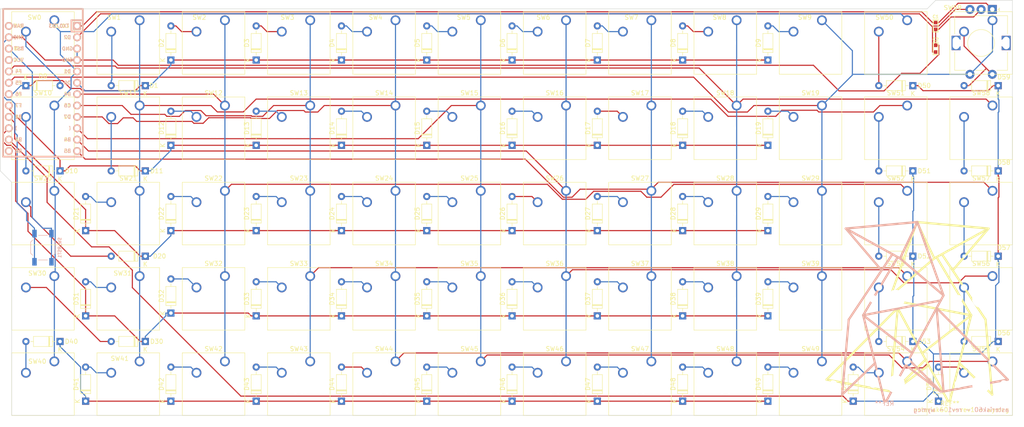
<source format=kicad_pcb>
(kicad_pcb (version 20171130) (host pcbnew "(5.1.12)-1")
  (layers (0 F.Cu signal) (31 B.Cu signal) (34 B.Paste user) (35 F.Paste user) (36 B.SilkS user) (37 F.SilkS user) (38 B.Mask user) (39 F.Mask user) (44 Edge.Cuts user))
  (net 0 "")
  (net 1 GND)
  (net 2 ROT0)
  (net 3 ROT1)
  (net 4 R0)
  (net 5 "Net-(D0-Pad2)")
  (net 6 "Net-(D1-Pad2)")
  (net 7 "Net-(D2-Pad2)")
  (net 8 "Net-(D3-Pad2)")
  (net 9 "Net-(D4-Pad2)")
  (net 10 "Net-(D5-Pad2)")
  (net 11 "Net-(D6-Pad2)")
  (net 12 "Net-(D7-Pad2)")
  (net 13 "Net-(D8-Pad2)")
  (net 14 "Net-(D9-Pad2)")
  (net 15 R1)
  (net 16 "Net-(D10-Pad2)")
  (net 17 "Net-(D11-Pad2)")
  (net 18 "Net-(D12-Pad2)")
  (net 19 "Net-(D13-Pad2)")
  (net 20 "Net-(D14-Pad2)")
  (net 21 "Net-(D15-Pad2)")
  (net 22 "Net-(D16-Pad2)")
  (net 23 "Net-(D17-Pad2)")
  (net 24 "Net-(D18-Pad2)")
  (net 25 "Net-(D19-Pad2)")
  (net 26 R2)
  (net 27 "Net-(D20-Pad2)")
  (net 28 "Net-(D21-Pad2)")
  (net 29 "Net-(D22-Pad2)")
  (net 30 "Net-(D23-Pad2)")
  (net 31 "Net-(D24-Pad2)")
  (net 32 "Net-(D25-Pad2)")
  (net 33 "Net-(D26-Pad2)")
  (net 34 "Net-(D27-Pad2)")
  (net 35 "Net-(D28-Pad2)")
  (net 36 "Net-(D29-Pad2)")
  (net 37 R3)
  (net 38 "Net-(D30-Pad2)")
  (net 39 "Net-(D31-Pad2)")
  (net 40 "Net-(D32-Pad2)")
  (net 41 "Net-(D33-Pad2)")
  (net 42 "Net-(D34-Pad2)")
  (net 43 "Net-(D35-Pad2)")
  (net 44 "Net-(D36-Pad2)")
  (net 45 "Net-(D37-Pad2)")
  (net 46 "Net-(D38-Pad2)")
  (net 47 "Net-(D39-Pad2)")
  (net 48 R4)
  (net 49 "Net-(D40-Pad2)")
  (net 50 "Net-(D41-Pad2)")
  (net 51 "Net-(D42-Pad2)")
  (net 52 "Net-(D43-Pad2)")
  (net 53 "Net-(D44-Pad2)")
  (net 54 "Net-(D45-Pad2)")
  (net 55 "Net-(D46-Pad2)")
  (net 56 "Net-(D47-Pad2)")
  (net 57 "Net-(D48-Pad2)")
  (net 58 "Net-(D49-Pad2)")
  (net 59 R5)
  (net 60 "Net-(D50-Pad2)")
  (net 61 "Net-(D51-Pad2)")
  (net 62 "Net-(D52-Pad2)")
  (net 63 "Net-(D53-Pad2)")
  (net 64 "Net-(D54-Pad2)")
  (net 65 "Net-(D55-Pad2)")
  (net 66 "Net-(D56-Pad2)")
  (net 67 "Net-(D57-Pad2)")
  (net 68 "Net-(D58-Pad2)")
  (net 69 ESW2)
  (net 70 C9)
  (net 71 C0)
  (net 72 C1)
  (net 73 C2)
  (net 74 C3)
  (net 75 C4)
  (net 76 C5)
  (net 77 C6)
  (net 78 C7)
  (net 79 C8)
  (net 80 BTN_RST)
  (net 81 R6)
  (net 82 "Net-(U1-Pad21)")
  (net 83 "Net-(U1-Pad24)")
  (module customlogos:origami-logo-eighth (layer F.Cu) (at 238.125 115.57)
    (fp_text reference REF** (at 0 0.5) (layer F.SilkS))
    (fp_text value origami-logo-eighth)
  )
  (module customlogos:origami-logo-eighth (layer B.Cu) (at 223.52 115.57 180)
    (fp_text reference REF** (at 0 -0.5) (layer B.SilkS) (effects (justify mirror)))
    (fp_text value origami-logo-eighth)
  )
  (module Diode_THT:D_DO-35_SOD27_P7.62mm_Horizontal (layer F.Cu) (at 248.92 45.085 180)
    (fp_text reference D59 (at -1.27 1.905) (layer F.SilkS))
    (fp_text value 1N4148)
    (fp_text user K (at 0 -1.8) (layer F.SilkS))
    (pad 2 thru_hole oval (at 7.62 0 180) (size 1.6 1.6) (drill 0.8) (layers *.Cu *.Mask) (net 69 ESW2))
    (pad 1 thru_hole rect (at 0 0 180) (size 1.6 1.6) (drill 0.8) (layers *.Cu *.Mask) (net 59 R5))
  )
  (module Diode_THT:D_DO-35_SOD27_P7.62mm_Horizontal (layer F.Cu) (at 248.92 64.135 180)
    (fp_text reference D58 (at -1.27 1.905) (layer F.SilkS))
    (fp_text value 1N4148)
    (fp_text user K (at 0 -1.8) (layer F.SilkS))
    (pad 2 thru_hole oval (at 7.62 0 180) (size 1.6 1.6) (drill 0.8) (layers *.Cu *.Mask) (net 68 "Net-(D58-Pad2)"))
    (pad 1 thru_hole rect (at 0 0 180) (size 1.6 1.6) (drill 0.8) (layers *.Cu *.Mask) (net 59 R5))
  )
  (module Diode_THT:D_DO-35_SOD27_P7.62mm_Horizontal (layer F.Cu) (at 248.92 83.185 180)
    (fp_text reference D57 (at -1.27 1.905) (layer F.SilkS))
    (fp_text value 1N4148)
    (fp_text user K (at 0 -1.8) (layer F.SilkS))
    (pad 2 thru_hole oval (at 7.62 0 180) (size 1.6 1.6) (drill 0.8) (layers *.Cu *.Mask) (net 67 "Net-(D57-Pad2)"))
    (pad 1 thru_hole rect (at 0 0 180) (size 1.6 1.6) (drill 0.8) (layers *.Cu *.Mask) (net 59 R5))
  )
  (module Diode_THT:D_DO-35_SOD27_P7.62mm_Horizontal (layer F.Cu) (at 248.92 102.235 180)
    (fp_text reference D56 (at -1.27 1.905) (layer F.SilkS))
    (fp_text value 1N4148)
    (fp_text user K (at 0 -1.8) (layer F.SilkS))
    (pad 2 thru_hole oval (at 7.62 0 180) (size 1.6 1.6) (drill 0.8) (layers *.Cu *.Mask) (net 66 "Net-(D56-Pad2)"))
    (pad 1 thru_hole rect (at 0 0 180) (size 1.6 1.6) (drill 0.8) (layers *.Cu *.Mask) (net 59 R5))
  )
  (module Diode_THT:D_DO-35_SOD27_P7.62mm_Horizontal (layer F.Cu) (at 235.585 115.57 90)
    (fp_text reference D55 (at 3.81 -2.12 90) (layer F.SilkS))
    (fp_text value 1N4148)
    (fp_text user K (at 0 -1.8 90) (layer F.SilkS))
    (pad 2 thru_hole oval (at 7.62 0 90) (size 1.6 1.6) (drill 0.8) (layers *.Cu *.Mask) (net 65 "Net-(D55-Pad2)"))
    (pad 1 thru_hole rect (at 0 0 90) (size 1.6 1.6) (drill 0.8) (layers *.Cu *.Mask) (net 59 R5))
  )
  (module Diode_THT:D_DO-35_SOD27_P7.62mm_Horizontal (layer F.Cu) (at 216.535 115.57 90)
    (fp_text reference D54 (at 3.81 -2.12 90) (layer F.SilkS))
    (fp_text value 1N4148)
    (fp_text user K (at 0 -1.8 90) (layer F.SilkS))
    (pad 2 thru_hole oval (at 7.62 0 90) (size 1.6 1.6) (drill 0.8) (layers *.Cu *.Mask) (net 64 "Net-(D54-Pad2)"))
    (pad 1 thru_hole rect (at 0 0 90) (size 1.6 1.6) (drill 0.8) (layers *.Cu *.Mask) (net 59 R5))
  )
  (module Diode_THT:D_DO-35_SOD27_P7.62mm_Horizontal (layer F.Cu) (at 229.87 102.235 180)
    (fp_text reference D53 (at -2.54 0) (layer F.SilkS))
    (fp_text value 1N4148)
    (fp_text user K (at 0 -1.8) (layer F.SilkS))
    (pad 2 thru_hole oval (at 7.62 0 180) (size 1.6 1.6) (drill 0.8) (layers *.Cu *.Mask) (net 63 "Net-(D53-Pad2)"))
    (pad 1 thru_hole rect (at 0 0 180) (size 1.6 1.6) (drill 0.8) (layers *.Cu *.Mask) (net 59 R5))
  )
  (module Diode_THT:D_DO-35_SOD27_P7.62mm_Horizontal (layer F.Cu) (at 229.87 83.185 180)
    (fp_text reference D52 (at -2.54 0) (layer F.SilkS))
    (fp_text value 1N4148)
    (fp_text user K (at 0 -1.8) (layer F.SilkS))
    (pad 2 thru_hole oval (at 7.62 0 180) (size 1.6 1.6) (drill 0.8) (layers *.Cu *.Mask) (net 62 "Net-(D52-Pad2)"))
    (pad 1 thru_hole rect (at 0 0 180) (size 1.6 1.6) (drill 0.8) (layers *.Cu *.Mask) (net 59 R5))
  )
  (module Diode_THT:D_DO-35_SOD27_P7.62mm_Horizontal (layer F.Cu) (at 229.87 64.135 180)
    (fp_text reference D51 (at -2.54 0) (layer F.SilkS))
    (fp_text value 1N4148)
    (fp_text user K (at 0 -1.8) (layer F.SilkS))
    (pad 2 thru_hole oval (at 7.62 0 180) (size 1.6 1.6) (drill 0.8) (layers *.Cu *.Mask) (net 61 "Net-(D51-Pad2)"))
    (pad 1 thru_hole rect (at 0 0 180) (size 1.6 1.6) (drill 0.8) (layers *.Cu *.Mask) (net 59 R5))
  )
  (module Diode_THT:D_DO-35_SOD27_P7.62mm_Horizontal (layer F.Cu) (at 229.87 45.085 180)
    (fp_text reference D50 (at -2.54 0) (layer F.SilkS))
    (fp_text value 1N4148)
    (fp_text user K (at 0 -1.8) (layer F.SilkS))
    (pad 2 thru_hole oval (at 7.62 0 180) (size 1.6 1.6) (drill 0.8) (layers *.Cu *.Mask) (net 60 "Net-(D50-Pad2)"))
    (pad 1 thru_hole rect (at 0 0 180) (size 1.6 1.6) (drill 0.8) (layers *.Cu *.Mask) (net 59 R5))
  )
  (module Diode_THT:D_DO-35_SOD27_P7.62mm_Horizontal (layer F.Cu) (at 197.485 115.57 90)
    (fp_text reference D49 (at 3.81 -2.12 90) (layer F.SilkS))
    (fp_text value 1N4148)
    (fp_text user K (at 0 -1.8 90) (layer F.SilkS))
    (pad 2 thru_hole oval (at 7.62 0 90) (size 1.6 1.6) (drill 0.8) (layers *.Cu *.Mask) (net 58 "Net-(D49-Pad2)"))
    (pad 1 thru_hole rect (at 0 0 90) (size 1.6 1.6) (drill 0.8) (layers *.Cu *.Mask) (net 48 R4))
  )
  (module Diode_THT:D_DO-35_SOD27_P7.62mm_Horizontal (layer F.Cu) (at 178.435 115.57 90)
    (fp_text reference D48 (at 3.81 -2.12 90) (layer F.SilkS))
    (fp_text value 1N4148)
    (fp_text user K (at 0 -1.8 90) (layer F.SilkS))
    (pad 2 thru_hole oval (at 7.62 0 90) (size 1.6 1.6) (drill 0.8) (layers *.Cu *.Mask) (net 57 "Net-(D48-Pad2)"))
    (pad 1 thru_hole rect (at 0 0 90) (size 1.6 1.6) (drill 0.8) (layers *.Cu *.Mask) (net 48 R4))
  )
  (module Diode_THT:D_DO-35_SOD27_P7.62mm_Horizontal (layer F.Cu) (at 159.385 115.57 90)
    (fp_text reference D47 (at 3.81 -2.12 90) (layer F.SilkS))
    (fp_text value 1N4148)
    (fp_text user K (at 0 -1.8 90) (layer F.SilkS))
    (pad 2 thru_hole oval (at 7.62 0 90) (size 1.6 1.6) (drill 0.8) (layers *.Cu *.Mask) (net 56 "Net-(D47-Pad2)"))
    (pad 1 thru_hole rect (at 0 0 90) (size 1.6 1.6) (drill 0.8) (layers *.Cu *.Mask) (net 48 R4))
  )
  (module Diode_THT:D_DO-35_SOD27_P7.62mm_Horizontal (layer F.Cu) (at 140.335 115.57 90)
    (fp_text reference D46 (at 3.81 -2.12 90) (layer F.SilkS))
    (fp_text value 1N4148)
    (fp_text user K (at 0 -1.8 90) (layer F.SilkS))
    (pad 2 thru_hole oval (at 7.62 0 90) (size 1.6 1.6) (drill 0.8) (layers *.Cu *.Mask) (net 55 "Net-(D46-Pad2)"))
    (pad 1 thru_hole rect (at 0 0 90) (size 1.6 1.6) (drill 0.8) (layers *.Cu *.Mask) (net 48 R4))
  )
  (module Diode_THT:D_DO-35_SOD27_P7.62mm_Horizontal (layer F.Cu) (at 121.285 115.57 90)
    (fp_text reference D45 (at 3.81 -2.12 90) (layer F.SilkS))
    (fp_text value 1N4148)
    (fp_text user K (at 0 -1.8 90) (layer F.SilkS))
    (pad 2 thru_hole oval (at 7.62 0 90) (size 1.6 1.6) (drill 0.8) (layers *.Cu *.Mask) (net 54 "Net-(D45-Pad2)"))
    (pad 1 thru_hole rect (at 0 0 90) (size 1.6 1.6) (drill 0.8) (layers *.Cu *.Mask) (net 48 R4))
  )
  (module Diode_THT:D_DO-35_SOD27_P7.62mm_Horizontal (layer F.Cu) (at 102.235 115.57 90)
    (fp_text reference D44 (at 3.81 -2.12 90) (layer F.SilkS))
    (fp_text value 1N4148)
    (fp_text user K (at 0 -1.8 90) (layer F.SilkS))
    (pad 2 thru_hole oval (at 7.62 0 90) (size 1.6 1.6) (drill 0.8) (layers *.Cu *.Mask) (net 53 "Net-(D44-Pad2)"))
    (pad 1 thru_hole rect (at 0 0 90) (size 1.6 1.6) (drill 0.8) (layers *.Cu *.Mask) (net 48 R4))
  )
  (module Diode_THT:D_DO-35_SOD27_P7.62mm_Horizontal (layer F.Cu) (at 83.185 115.57 90)
    (fp_text reference D43 (at 3.81 -2.12 90) (layer F.SilkS))
    (fp_text value 1N4148)
    (fp_text user K (at 0 -1.8 90) (layer F.SilkS))
    (pad 2 thru_hole oval (at 7.62 0 90) (size 1.6 1.6) (drill 0.8) (layers *.Cu *.Mask) (net 52 "Net-(D43-Pad2)"))
    (pad 1 thru_hole rect (at 0 0 90) (size 1.6 1.6) (drill 0.8) (layers *.Cu *.Mask) (net 48 R4))
  )
  (module Diode_THT:D_DO-35_SOD27_P7.62mm_Horizontal (layer F.Cu) (at 64.135 115.57 90)
    (fp_text reference D42 (at 3.81 -2.12 90) (layer F.SilkS))
    (fp_text value 1N4148)
    (fp_text user K (at 0 -1.8 90) (layer F.SilkS))
    (pad 2 thru_hole oval (at 7.62 0 90) (size 1.6 1.6) (drill 0.8) (layers *.Cu *.Mask) (net 51 "Net-(D42-Pad2)"))
    (pad 1 thru_hole rect (at 0 0 90) (size 1.6 1.6) (drill 0.8) (layers *.Cu *.Mask) (net 48 R4))
  )
  (module Diode_THT:D_DO-35_SOD27_P7.62mm_Horizontal (layer F.Cu) (at 45.085 115.57 90)
    (fp_text reference D41 (at 3.81 -2.12 90) (layer F.SilkS))
    (fp_text value 1N4148)
    (fp_text user K (at 0 -1.8 90) (layer F.SilkS))
    (pad 2 thru_hole oval (at 7.62 0 90) (size 1.6 1.6) (drill 0.8) (layers *.Cu *.Mask) (net 50 "Net-(D41-Pad2)"))
    (pad 1 thru_hole rect (at 0 0 90) (size 1.6 1.6) (drill 0.8) (layers *.Cu *.Mask) (net 48 R4))
  )
  (module Diode_THT:D_DO-35_SOD27_P7.62mm_Horizontal (layer F.Cu) (at 39.37 102.235 180)
    (fp_text reference D40 (at -2.54 0) (layer F.SilkS))
    (fp_text value 1N4148)
    (fp_text user K (at 0 -1.8) (layer F.SilkS))
    (pad 2 thru_hole oval (at 7.62 0 180) (size 1.6 1.6) (drill 0.8) (layers *.Cu *.Mask) (net 49 "Net-(D40-Pad2)"))
    (pad 1 thru_hole rect (at 0 0 180) (size 1.6 1.6) (drill 0.8) (layers *.Cu *.Mask) (net 48 R4))
  )
  (module Diode_THT:D_DO-35_SOD27_P7.62mm_Horizontal (layer F.Cu) (at 197.485 96.52 90)
    (fp_text reference D39 (at 3.81 -2.12 90) (layer F.SilkS))
    (fp_text value 1N4148)
    (fp_text user K (at 0 -1.8 90) (layer F.SilkS))
    (pad 2 thru_hole oval (at 7.62 0 90) (size 1.6 1.6) (drill 0.8) (layers *.Cu *.Mask) (net 47 "Net-(D39-Pad2)"))
    (pad 1 thru_hole rect (at 0 0 90) (size 1.6 1.6) (drill 0.8) (layers *.Cu *.Mask) (net 37 R3))
  )
  (module Diode_THT:D_DO-35_SOD27_P7.62mm_Horizontal (layer F.Cu) (at 178.435 96.52 90)
    (fp_text reference D38 (at 3.81 -2.12 90) (layer F.SilkS))
    (fp_text value 1N4148)
    (fp_text user K (at 0 -1.8 90) (layer F.SilkS))
    (pad 2 thru_hole oval (at 7.62 0 90) (size 1.6 1.6) (drill 0.8) (layers *.Cu *.Mask) (net 46 "Net-(D38-Pad2)"))
    (pad 1 thru_hole rect (at 0 0 90) (size 1.6 1.6) (drill 0.8) (layers *.Cu *.Mask) (net 37 R3))
  )
  (module Diode_THT:D_DO-35_SOD27_P7.62mm_Horizontal (layer F.Cu) (at 159.385 96.52 90)
    (fp_text reference D37 (at 3.81 -2.12 90) (layer F.SilkS))
    (fp_text value 1N4148)
    (fp_text user K (at 0 -1.8 90) (layer F.SilkS))
    (pad 2 thru_hole oval (at 7.62 0 90) (size 1.6 1.6) (drill 0.8) (layers *.Cu *.Mask) (net 45 "Net-(D37-Pad2)"))
    (pad 1 thru_hole rect (at 0 0 90) (size 1.6 1.6) (drill 0.8) (layers *.Cu *.Mask) (net 37 R3))
  )
  (module Diode_THT:D_DO-35_SOD27_P7.62mm_Horizontal (layer F.Cu) (at 140.335 96.52 90)
    (fp_text reference D36 (at 3.81 -2.12 90) (layer F.SilkS))
    (fp_text value 1N4148)
    (fp_text user K (at 0 -1.8 90) (layer F.SilkS))
    (pad 2 thru_hole oval (at 7.62 0 90) (size 1.6 1.6) (drill 0.8) (layers *.Cu *.Mask) (net 44 "Net-(D36-Pad2)"))
    (pad 1 thru_hole rect (at 0 0 90) (size 1.6 1.6) (drill 0.8) (layers *.Cu *.Mask) (net 37 R3))
  )
  (module Diode_THT:D_DO-35_SOD27_P7.62mm_Horizontal (layer F.Cu) (at 121.285 96.52 90)
    (fp_text reference D35 (at 3.81 -2.12 90) (layer F.SilkS))
    (fp_text value 1N4148)
    (fp_text user K (at 0 -1.8 90) (layer F.SilkS))
    (pad 2 thru_hole oval (at 7.62 0 90) (size 1.6 1.6) (drill 0.8) (layers *.Cu *.Mask) (net 43 "Net-(D35-Pad2)"))
    (pad 1 thru_hole rect (at 0 0 90) (size 1.6 1.6) (drill 0.8) (layers *.Cu *.Mask) (net 37 R3))
  )
  (module Diode_THT:D_DO-35_SOD27_P7.62mm_Horizontal (layer F.Cu) (at 102.235 96.52 90)
    (fp_text reference D34 (at 3.81 -2.12 90) (layer F.SilkS))
    (fp_text value 1N4148)
    (fp_text user K (at 0 -1.8 90) (layer F.SilkS))
    (pad 2 thru_hole oval (at 7.62 0 90) (size 1.6 1.6) (drill 0.8) (layers *.Cu *.Mask) (net 42 "Net-(D34-Pad2)"))
    (pad 1 thru_hole rect (at 0 0 90) (size 1.6 1.6) (drill 0.8) (layers *.Cu *.Mask) (net 37 R3))
  )
  (module Diode_THT:D_DO-35_SOD27_P7.62mm_Horizontal (layer F.Cu) (at 83.185 96.52 90)
    (fp_text reference D33 (at 3.81 -2.12 90) (layer F.SilkS))
    (fp_text value 1N4148)
    (fp_text user K (at 0 -1.8 90) (layer F.SilkS))
    (pad 2 thru_hole oval (at 7.62 0 90) (size 1.6 1.6) (drill 0.8) (layers *.Cu *.Mask) (net 41 "Net-(D33-Pad2)"))
    (pad 1 thru_hole rect (at 0 0 90) (size 1.6 1.6) (drill 0.8) (layers *.Cu *.Mask) (net 37 R3))
  )
  (module Diode_THT:D_DO-35_SOD27_P7.62mm_Horizontal (layer F.Cu) (at 64.135 95.885 90)
    (fp_text reference D32 (at 3.81 -2.12 90) (layer F.SilkS))
    (fp_text value 1N4148)
    (fp_text user K (at 0 -1.8 90) (layer F.SilkS))
    (pad 2 thru_hole oval (at 7.62 0 90) (size 1.6 1.6) (drill 0.8) (layers *.Cu *.Mask) (net 40 "Net-(D32-Pad2)"))
    (pad 1 thru_hole rect (at 0 0 90) (size 1.6 1.6) (drill 0.8) (layers *.Cu *.Mask) (net 37 R3))
  )
  (module Diode_THT:D_DO-35_SOD27_P7.62mm_Horizontal (layer F.Cu) (at 45.085 96.52 90)
    (fp_text reference D31 (at 3.81 -2.12 90) (layer F.SilkS))
    (fp_text value 1N4148)
    (fp_text user K (at 0 -1.8 90) (layer F.SilkS))
    (pad 2 thru_hole oval (at 7.62 0 90) (size 1.6 1.6) (drill 0.8) (layers *.Cu *.Mask) (net 39 "Net-(D31-Pad2)"))
    (pad 1 thru_hole rect (at 0 0 90) (size 1.6 1.6) (drill 0.8) (layers *.Cu *.Mask) (net 37 R3))
  )
  (module Diode_THT:D_DO-35_SOD27_P7.62mm_Horizontal (layer F.Cu) (at 58.42 102.235 180)
    (fp_text reference D30 (at -2.54 0) (layer F.SilkS))
    (fp_text value 1N4148)
    (fp_text user K (at 0 -1.8) (layer F.SilkS))
    (pad 2 thru_hole oval (at 7.62 0 180) (size 1.6 1.6) (drill 0.8) (layers *.Cu *.Mask) (net 38 "Net-(D30-Pad2)"))
    (pad 1 thru_hole rect (at 0 0 180) (size 1.6 1.6) (drill 0.8) (layers *.Cu *.Mask) (net 37 R3))
  )
  (module Diode_THT:D_DO-35_SOD27_P7.62mm_Horizontal (layer F.Cu) (at 197.485 77.47 90)
    (fp_text reference D29 (at 3.81 -2.12 90) (layer F.SilkS))
    (fp_text value 1N4148)
    (fp_text user K (at 0 -1.8 90) (layer F.SilkS))
    (pad 2 thru_hole oval (at 7.62 0 90) (size 1.6 1.6) (drill 0.8) (layers *.Cu *.Mask) (net 36 "Net-(D29-Pad2)"))
    (pad 1 thru_hole rect (at 0 0 90) (size 1.6 1.6) (drill 0.8) (layers *.Cu *.Mask) (net 26 R2))
  )
  (module Diode_THT:D_DO-35_SOD27_P7.62mm_Horizontal (layer F.Cu) (at 178.435 77.47 90)
    (fp_text reference D28 (at 3.81 -2.12 90) (layer F.SilkS))
    (fp_text value 1N4148)
    (fp_text user K (at 0 -1.8 90) (layer F.SilkS))
    (pad 2 thru_hole oval (at 7.62 0 90) (size 1.6 1.6) (drill 0.8) (layers *.Cu *.Mask) (net 35 "Net-(D28-Pad2)"))
    (pad 1 thru_hole rect (at 0 0 90) (size 1.6 1.6) (drill 0.8) (layers *.Cu *.Mask) (net 26 R2))
  )
  (module Diode_THT:D_DO-35_SOD27_P7.62mm_Horizontal (layer F.Cu) (at 159.385 77.47 90)
    (fp_text reference D27 (at 3.81 -2.12 90) (layer F.SilkS))
    (fp_text value 1N4148)
    (fp_text user K (at 0 -1.8 90) (layer F.SilkS))
    (pad 2 thru_hole oval (at 7.62 0 90) (size 1.6 1.6) (drill 0.8) (layers *.Cu *.Mask) (net 34 "Net-(D27-Pad2)"))
    (pad 1 thru_hole rect (at 0 0 90) (size 1.6 1.6) (drill 0.8) (layers *.Cu *.Mask) (net 26 R2))
  )
  (module Diode_THT:D_DO-35_SOD27_P7.62mm_Horizontal (layer F.Cu) (at 140.335 77.47 90)
    (fp_text reference D26 (at 3.81 -2.12 90) (layer F.SilkS))
    (fp_text value 1N4148)
    (fp_text user K (at 0 -1.8 90) (layer F.SilkS))
    (pad 2 thru_hole oval (at 7.62 0 90) (size 1.6 1.6) (drill 0.8) (layers *.Cu *.Mask) (net 33 "Net-(D26-Pad2)"))
    (pad 1 thru_hole rect (at 0 0 90) (size 1.6 1.6) (drill 0.8) (layers *.Cu *.Mask) (net 26 R2))
  )
  (module Diode_THT:D_DO-35_SOD27_P7.62mm_Horizontal (layer F.Cu) (at 121.285 77.47 90)
    (fp_text reference D25 (at 3.81 -2.12 90) (layer F.SilkS))
    (fp_text value 1N4148)
    (fp_text user K (at 0 -1.8 90) (layer F.SilkS))
    (pad 2 thru_hole oval (at 7.62 0 90) (size 1.6 1.6) (drill 0.8) (layers *.Cu *.Mask) (net 32 "Net-(D25-Pad2)"))
    (pad 1 thru_hole rect (at 0 0 90) (size 1.6 1.6) (drill 0.8) (layers *.Cu *.Mask) (net 26 R2))
  )
  (module Diode_THT:D_DO-35_SOD27_P7.62mm_Horizontal (layer F.Cu) (at 102.235 77.47 90)
    (fp_text reference D24 (at 3.81 -2.12 90) (layer F.SilkS))
    (fp_text value 1N4148)
    (fp_text user K (at 0 -1.8 90) (layer F.SilkS))
    (pad 2 thru_hole oval (at 7.62 0 90) (size 1.6 1.6) (drill 0.8) (layers *.Cu *.Mask) (net 31 "Net-(D24-Pad2)"))
    (pad 1 thru_hole rect (at 0 0 90) (size 1.6 1.6) (drill 0.8) (layers *.Cu *.Mask) (net 26 R2))
  )
  (module Diode_THT:D_DO-35_SOD27_P7.62mm_Horizontal (layer F.Cu) (at 83.185 77.47 90)
    (fp_text reference D23 (at 3.81 -2.12 90) (layer F.SilkS))
    (fp_text value 1N4148)
    (fp_text user K (at 0 -1.8 90) (layer F.SilkS))
    (pad 2 thru_hole oval (at 7.62 0 90) (size 1.6 1.6) (drill 0.8) (layers *.Cu *.Mask) (net 30 "Net-(D23-Pad2)"))
    (pad 1 thru_hole rect (at 0 0 90) (size 1.6 1.6) (drill 0.8) (layers *.Cu *.Mask) (net 26 R2))
  )
  (module Diode_THT:D_DO-35_SOD27_P7.62mm_Horizontal (layer F.Cu) (at 64.135 77.47 90)
    (fp_text reference D22 (at 3.81 -2.12 90) (layer F.SilkS))
    (fp_text value 1N4148)
    (fp_text user K (at 0 -1.8 90) (layer F.SilkS))
    (pad 2 thru_hole oval (at 7.62 0 90) (size 1.6 1.6) (drill 0.8) (layers *.Cu *.Mask) (net 29 "Net-(D22-Pad2)"))
    (pad 1 thru_hole rect (at 0 0 90) (size 1.6 1.6) (drill 0.8) (layers *.Cu *.Mask) (net 26 R2))
  )
  (module Diode_THT:D_DO-35_SOD27_P7.62mm_Horizontal (layer F.Cu) (at 45.085 77.47 90)
    (fp_text reference D21 (at 3.81 -2.12 90) (layer F.SilkS))
    (fp_text value 1N4148)
    (fp_text user K (at 0 -1.8 90) (layer F.SilkS))
    (pad 2 thru_hole oval (at 7.62 0 90) (size 1.6 1.6) (drill 0.8) (layers *.Cu *.Mask) (net 28 "Net-(D21-Pad2)"))
    (pad 1 thru_hole rect (at 0 0 90) (size 1.6 1.6) (drill 0.8) (layers *.Cu *.Mask) (net 26 R2))
  )
  (module Diode_THT:D_DO-35_SOD27_P7.62mm_Horizontal (layer F.Cu) (at 58.42 83.185 180)
    (fp_text reference D20 (at -3.175 0) (layer F.SilkS))
    (fp_text value 1N4148)
    (fp_text user K (at 0 -1.8) (layer F.SilkS))
    (pad 2 thru_hole oval (at 7.62 0 180) (size 1.6 1.6) (drill 0.8) (layers *.Cu *.Mask) (net 27 "Net-(D20-Pad2)"))
    (pad 1 thru_hole rect (at 0 0 180) (size 1.6 1.6) (drill 0.8) (layers *.Cu *.Mask) (net 26 R2))
  )
  (module Diode_THT:D_DO-35_SOD27_P7.62mm_Horizontal (layer F.Cu) (at 197.485 58.42 90)
    (fp_text reference D19 (at 3.81 -2.12 90) (layer F.SilkS))
    (fp_text value 1N4148)
    (fp_text user K (at 0 -1.8 90) (layer F.SilkS))
    (pad 2 thru_hole oval (at 7.62 0 90) (size 1.6 1.6) (drill 0.8) (layers *.Cu *.Mask) (net 25 "Net-(D19-Pad2)"))
    (pad 1 thru_hole rect (at 0 0 90) (size 1.6 1.6) (drill 0.8) (layers *.Cu *.Mask) (net 15 R1))
  )
  (module Diode_THT:D_DO-35_SOD27_P7.62mm_Horizontal (layer F.Cu) (at 178.435 58.42 90)
    (fp_text reference D18 (at 3.81 -2.12 90) (layer F.SilkS))
    (fp_text value 1N4148)
    (fp_text user K (at 0 -1.8 90) (layer F.SilkS))
    (pad 2 thru_hole oval (at 7.62 0 90) (size 1.6 1.6) (drill 0.8) (layers *.Cu *.Mask) (net 24 "Net-(D18-Pad2)"))
    (pad 1 thru_hole rect (at 0 0 90) (size 1.6 1.6) (drill 0.8) (layers *.Cu *.Mask) (net 15 R1))
  )
  (module Diode_THT:D_DO-35_SOD27_P7.62mm_Horizontal (layer F.Cu) (at 159.385 58.42 90)
    (fp_text reference D17 (at 3.81 -2.12 90) (layer F.SilkS))
    (fp_text value 1N4148)
    (fp_text user K (at 0 -1.8 90) (layer F.SilkS))
    (pad 2 thru_hole oval (at 7.62 0 90) (size 1.6 1.6) (drill 0.8) (layers *.Cu *.Mask) (net 23 "Net-(D17-Pad2)"))
    (pad 1 thru_hole rect (at 0 0 90) (size 1.6 1.6) (drill 0.8) (layers *.Cu *.Mask) (net 15 R1))
  )
  (module Diode_THT:D_DO-35_SOD27_P7.62mm_Horizontal (layer F.Cu) (at 140.335 58.42 90)
    (fp_text reference D16 (at 3.81 -2.12 90) (layer F.SilkS))
    (fp_text value 1N4148)
    (fp_text user K (at 0 -1.8 90) (layer F.SilkS))
    (pad 2 thru_hole oval (at 7.62 0 90) (size 1.6 1.6) (drill 0.8) (layers *.Cu *.Mask) (net 22 "Net-(D16-Pad2)"))
    (pad 1 thru_hole rect (at 0 0 90) (size 1.6 1.6) (drill 0.8) (layers *.Cu *.Mask) (net 15 R1))
  )
  (module Diode_THT:D_DO-35_SOD27_P7.62mm_Horizontal (layer F.Cu) (at 121.285 58.42 90)
    (fp_text reference D15 (at 3.81 -2.12 90) (layer F.SilkS))
    (fp_text value 1N4148)
    (fp_text user K (at 0 -1.8 90) (layer F.SilkS))
    (pad 2 thru_hole oval (at 7.62 0 90) (size 1.6 1.6) (drill 0.8) (layers *.Cu *.Mask) (net 21 "Net-(D15-Pad2)"))
    (pad 1 thru_hole rect (at 0 0 90) (size 1.6 1.6) (drill 0.8) (layers *.Cu *.Mask) (net 15 R1))
  )
  (module Diode_THT:D_DO-35_SOD27_P7.62mm_Horizontal (layer F.Cu) (at 102.235 58.42 90)
    (fp_text reference D14 (at 3.81 -2.12 90) (layer F.SilkS))
    (fp_text value 1N4148)
    (fp_text user K (at 0 -1.8 90) (layer F.SilkS))
    (pad 2 thru_hole oval (at 7.62 0 90) (size 1.6 1.6) (drill 0.8) (layers *.Cu *.Mask) (net 20 "Net-(D14-Pad2)"))
    (pad 1 thru_hole rect (at 0 0 90) (size 1.6 1.6) (drill 0.8) (layers *.Cu *.Mask) (net 15 R1))
  )
  (module Diode_THT:D_DO-35_SOD27_P7.62mm_Horizontal (layer F.Cu) (at 83.185 58.42 90)
    (fp_text reference D13 (at 3.81 -2.12 90) (layer F.SilkS))
    (fp_text value 1N4148)
    (fp_text user K (at 0 -1.8 90) (layer F.SilkS))
    (pad 2 thru_hole oval (at 7.62 0 90) (size 1.6 1.6) (drill 0.8) (layers *.Cu *.Mask) (net 19 "Net-(D13-Pad2)"))
    (pad 1 thru_hole rect (at 0 0 90) (size 1.6 1.6) (drill 0.8) (layers *.Cu *.Mask) (net 15 R1))
  )
  (module Diode_THT:D_DO-35_SOD27_P7.62mm_Horizontal (layer F.Cu) (at 64.135 58.42 90)
    (fp_text reference D12 (at 3.81 -2.12 90) (layer F.SilkS))
    (fp_text value 1N4148)
    (fp_text user K (at 0 -1.8 90) (layer F.SilkS))
    (pad 2 thru_hole oval (at 7.62 0 90) (size 1.6 1.6) (drill 0.8) (layers *.Cu *.Mask) (net 18 "Net-(D12-Pad2)"))
    (pad 1 thru_hole rect (at 0 0 90) (size 1.6 1.6) (drill 0.8) (layers *.Cu *.Mask) (net 15 R1))
  )
  (module Diode_THT:D_DO-35_SOD27_P7.62mm_Horizontal (layer F.Cu) (at 58.42 64.135 180)
    (fp_text reference D11 (at -2.54 0) (layer F.SilkS))
    (fp_text value 1N4148)
    (fp_text user K (at 0 -1.8) (layer F.SilkS))
    (pad 2 thru_hole oval (at 7.62 0 180) (size 1.6 1.6) (drill 0.8) (layers *.Cu *.Mask) (net 17 "Net-(D11-Pad2)"))
    (pad 1 thru_hole rect (at 0 0 180) (size 1.6 1.6) (drill 0.8) (layers *.Cu *.Mask) (net 15 R1))
  )
  (module Diode_THT:D_DO-35_SOD27_P7.62mm_Horizontal (layer F.Cu) (at 39.37 64.135 180)
    (fp_text reference D10 (at -2.54 0) (layer F.SilkS))
    (fp_text value 1N4148)
    (fp_text user K (at 0 -1.8) (layer F.SilkS))
    (pad 2 thru_hole oval (at 7.62 0 180) (size 1.6 1.6) (drill 0.8) (layers *.Cu *.Mask) (net 16 "Net-(D10-Pad2)"))
    (pad 1 thru_hole rect (at 0 0 180) (size 1.6 1.6) (drill 0.8) (layers *.Cu *.Mask) (net 15 R1))
  )
  (module Diode_THT:D_DO-35_SOD27_P7.62mm_Horizontal (layer F.Cu) (at 197.485 39.37 90)
    (fp_text reference D9 (at 3.81 -2.12 90) (layer F.SilkS))
    (fp_text value 1N4148)
    (fp_text user K (at 0 -1.8 90) (layer F.SilkS))
    (pad 2 thru_hole oval (at 7.62 0 90) (size 1.6 1.6) (drill 0.8) (layers *.Cu *.Mask) (net 14 "Net-(D9-Pad2)"))
    (pad 1 thru_hole rect (at 0 0 90) (size 1.6 1.6) (drill 0.8) (layers *.Cu *.Mask) (net 4 R0))
  )
  (module Diode_THT:D_DO-35_SOD27_P7.62mm_Horizontal (layer F.Cu) (at 178.435 39.37 90)
    (fp_text reference D8 (at 3.81 -2.12 90) (layer F.SilkS))
    (fp_text value 1N4148)
    (fp_text user K (at 0 -1.8 90) (layer F.SilkS))
    (pad 2 thru_hole oval (at 7.62 0 90) (size 1.6 1.6) (drill 0.8) (layers *.Cu *.Mask) (net 13 "Net-(D8-Pad2)"))
    (pad 1 thru_hole rect (at 0 0 90) (size 1.6 1.6) (drill 0.8) (layers *.Cu *.Mask) (net 4 R0))
  )
  (module Diode_THT:D_DO-35_SOD27_P7.62mm_Horizontal (layer F.Cu) (at 159.385 39.37 90)
    (fp_text reference D7 (at 3.81 -2.12 90) (layer F.SilkS))
    (fp_text value 1N4148)
    (fp_text user K (at 0 -1.8 90) (layer F.SilkS))
    (pad 2 thru_hole oval (at 7.62 0 90) (size 1.6 1.6) (drill 0.8) (layers *.Cu *.Mask) (net 12 "Net-(D7-Pad2)"))
    (pad 1 thru_hole rect (at 0 0 90) (size 1.6 1.6) (drill 0.8) (layers *.Cu *.Mask) (net 4 R0))
  )
  (module Diode_THT:D_DO-35_SOD27_P7.62mm_Horizontal (layer F.Cu) (at 140.335 39.37 90)
    (fp_text reference D6 (at 3.81 -2.12 90) (layer F.SilkS))
    (fp_text value 1N4148)
    (fp_text user K (at 0 -1.8 90) (layer F.SilkS))
    (pad 2 thru_hole oval (at 7.62 0 90) (size 1.6 1.6) (drill 0.8) (layers *.Cu *.Mask) (net 11 "Net-(D6-Pad2)"))
    (pad 1 thru_hole rect (at 0 0 90) (size 1.6 1.6) (drill 0.8) (layers *.Cu *.Mask) (net 4 R0))
  )
  (module Diode_THT:D_DO-35_SOD27_P7.62mm_Horizontal (layer F.Cu) (at 121.285 39.37 90)
    (fp_text reference D5 (at 3.81 -2.12 90) (layer F.SilkS))
    (fp_text value 1N4148)
    (fp_text user K (at 0 -1.8 90) (layer F.SilkS))
    (pad 2 thru_hole oval (at 7.62 0 90) (size 1.6 1.6) (drill 0.8) (layers *.Cu *.Mask) (net 10 "Net-(D5-Pad2)"))
    (pad 1 thru_hole rect (at 0 0 90) (size 1.6 1.6) (drill 0.8) (layers *.Cu *.Mask) (net 4 R0))
  )
  (module Diode_THT:D_DO-35_SOD27_P7.62mm_Horizontal (layer F.Cu) (at 102.235 39.37 90)
    (fp_text reference D4 (at 3.81 -2.12 90) (layer F.SilkS))
    (fp_text value 1N4148)
    (fp_text user K (at 0 -1.8 90) (layer F.SilkS))
    (pad 2 thru_hole oval (at 7.62 0 90) (size 1.6 1.6) (drill 0.8) (layers *.Cu *.Mask) (net 9 "Net-(D4-Pad2)"))
    (pad 1 thru_hole rect (at 0 0 90) (size 1.6 1.6) (drill 0.8) (layers *.Cu *.Mask) (net 4 R0))
  )
  (module Diode_THT:D_DO-35_SOD27_P7.62mm_Horizontal (layer F.Cu) (at 83.185 39.37 90)
    (fp_text reference D3 (at 3.81 -2.12 90) (layer F.SilkS))
    (fp_text value 1N4148)
    (fp_text user K (at 0 -1.8 90) (layer F.SilkS))
    (pad 2 thru_hole oval (at 7.62 0 90) (size 1.6 1.6) (drill 0.8) (layers *.Cu *.Mask) (net 8 "Net-(D3-Pad2)"))
    (pad 1 thru_hole rect (at 0 0 90) (size 1.6 1.6) (drill 0.8) (layers *.Cu *.Mask) (net 4 R0))
  )
  (module Diode_THT:D_DO-35_SOD27_P7.62mm_Horizontal (layer F.Cu) (at 64.135 39.37 90)
    (fp_text reference D2 (at 3.81 -2.12 90) (layer F.SilkS))
    (fp_text value 1N4148)
    (fp_text user K (at 0 -1.8 90) (layer F.SilkS))
    (pad 2 thru_hole oval (at 7.62 0 90) (size 1.6 1.6) (drill 0.8) (layers *.Cu *.Mask) (net 7 "Net-(D2-Pad2)"))
    (pad 1 thru_hole rect (at 0 0 90) (size 1.6 1.6) (drill 0.8) (layers *.Cu *.Mask) (net 4 R0))
  )
  (module Diode_THT:D_DO-35_SOD27_P7.62mm_Horizontal (layer F.Cu) (at 58.42 45.085 180)
    (fp_text reference D1 (at -1.905 0) (layer F.SilkS))
    (fp_text value 1N4148)
    (fp_text user K (at 0 -1.8) (layer F.SilkS))
    (pad 2 thru_hole oval (at 7.62 0 180) (size 1.6 1.6) (drill 0.8) (layers *.Cu *.Mask) (net 6 "Net-(D1-Pad2)"))
    (pad 1 thru_hole rect (at 0 0 180) (size 1.6 1.6) (drill 0.8) (layers *.Cu *.Mask) (net 4 R0))
  )
  (module Diode_THT:D_DO-35_SOD27_P7.62mm_Horizontal (layer F.Cu) (at 31.75 45.085)
    (fp_text reference D0 (at 3.81 -2.12) (layer F.SilkS))
    (fp_text value 1N4148)
    (fp_text user K (at 0 -1.8) (layer F.SilkS))
    (pad 2 thru_hole oval (at 7.62 0) (size 1.6 1.6) (drill 0.8) (layers *.Cu *.Mask) (net 5 "Net-(D0-Pad2)"))
    (pad 1 thru_hole rect (at 0 0) (size 1.6 1.6) (drill 0.8) (layers *.Cu *.Mask) (net 4 R0))
  )
  (module Keebio-Parts:RotaryEncoder_EC11 (layer F.Cu) (at 245.11 35.56 270)
    (fp_text reference ENC1)
    (fp_text value Rotary_Encoder_Switch hide)
    (pad S1 thru_hole circle (at 7 2.5 270) (size 2 2) (drill 1) (layers *.Cu *.Mask) (net 70 C9))
    (pad S2 thru_hole circle (at 7 -2.5 270) (size 2 2) (drill 1) (layers *.Cu *.Mask) (net 69 ESW2))
    (pad "" np_thru_hole rect (at 0 5.6 270) (size 3.2 2) (drill oval 2.8 1.5) (layers *.Cu *.Mask))
    (pad "" np_thru_hole rect (at 0 -5.6 270) (size 3.2 2) (drill oval 2.8 1.5) (layers *.Cu *.Mask))
    (pad B thru_hole circle (at -7.5 2.5 270) (size 2 2) (drill 1) (layers *.Cu *.Mask) (net 3 ROT1))
    (pad C thru_hole circle (at -7.5 0 270) (size 2 2) (drill 1) (layers *.Cu *.Mask) (net 1 GND))
    (pad A thru_hole rect (at -7.5 -2.5 270) (size 2 2) (drill 1) (layers *.Cu *.Mask) (net 2 ROT0))
  )
  (module Keebio-Parts:ArduinoProMicro (layer B.Cu) (at 35.56 45.72 270)
    (fp_text reference U1 hide)
    (fp_text value ProMicro hide)
    (fp_text user D2 (at -11.43 -5.461) (layer F.SilkS) (effects (font (size 0.8 0.8))))
    (fp_text user D0 (at -1.27 -5.461) (layer F.SilkS) (effects (font (size 0.8 0.8))))
    (fp_text user D1 (at -3.81 -5.461) (layer F.SilkS) (effects (font (size 0.8 0.8))))
    (fp_text user GND (at -6.35 -5.461) (layer F.SilkS) (effects (font (size 0.8 0.8))))
    (fp_text user GND (at -8.89 -5.461) (layer F.SilkS) (effects (font (size 0.8 0.8))))
    (fp_text user D4 (at 1.27 -5.461) (layer F.SilkS) (effects (font (size 0.8 0.8))))
    (fp_text user C6 (at 3.81 -5.461) (layer F.SilkS) (effects (font (size 0.8 0.8))))
    (fp_text user D7 (at 6.35 -5.461) (layer F.SilkS) (effects (font (size 0.8 0.8))))
    (fp_text user E6 (at 8.89 -5.461) (layer F.SilkS) (effects (font (size 0.8 0.8))))
    (fp_text user B4 (at 11.43 -5.461) (layer F.SilkS) (effects (font (size 0.8 0.8))))
    (fp_text user B5 (at 13.97 -5.461) (layer F.SilkS) (effects (font (size 0.8 0.8))))
    (fp_text user B6 (at 13.97 5.461) (layer F.SilkS) (effects (font (size 0.8 0.8))))
    (fp_text user B2 (at 11.43 5.461) (layer B.SilkS) (effects (font (size 0.8 0.8)) (justify mirror)))
    (fp_text user B3 (at 8.89 5.461) (layer F.SilkS) (effects (font (size 0.8 0.8))))
    (fp_text user B1 (at 6.35 5.461) (layer F.SilkS) (effects (font (size 0.8 0.8))))
    (fp_text user F7 (at 3.81 5.461) (layer B.SilkS) (effects (font (size 0.8 0.8)) (justify mirror)))
    (fp_text user F6 (at 1.27 5.461) (layer B.SilkS) (effects (font (size 0.8 0.8)) (justify mirror)))
    (fp_text user F5 (at -1.27 5.461) (layer B.SilkS) (effects (font (size 0.8 0.8)) (justify mirror)))
    (fp_text user F4 (at -3.81 5.461) (layer F.SilkS) (effects (font (size 0.8 0.8))))
    (fp_text user VCC (at -6.35 5.461) (layer F.SilkS) (effects (font (size 0.8 0.8))))
    (fp_text user GND (at -11.43 5.461) (layer F.SilkS) (effects (font (size 0.8 0.8))))
    (fp_text user RAW (at -13.97 5.461) (layer F.SilkS) (effects (font (size 0.8 0.8))))
    (fp_text user RAW (at -13.97 5.461) (layer B.SilkS) (effects (font (size 0.8 0.8)) (justify mirror)))
    (fp_text user GND (at -11.43 5.461) (layer B.SilkS) (effects (font (size 0.8 0.8)) (justify mirror)))
    (fp_text user ST (at -8.92 5.73312) (layer B.SilkS) (effects (font (size 0.8 0.8)) (justify mirror)))
    (fp_text user VCC (at -6.35 5.461) (layer B.SilkS) (effects (font (size 0.8 0.8)) (justify mirror)))
    (fp_text user F4 (at -3.81 5.461) (layer B.SilkS) (effects (font (size 0.8 0.8)) (justify mirror)))
    (fp_text user F5 (at -1.27 5.461) (layer F.SilkS) (effects (font (size 0.8 0.8))))
    (fp_text user F6 (at 1.27 5.461) (layer F.SilkS) (effects (font (size 0.8 0.8))))
    (fp_text user F7 (at 3.81 5.461) (layer F.SilkS) (effects (font (size 0.8 0.8))))
    (fp_text user B1 (at 6.35 5.461) (layer B.SilkS) (effects (font (size 0.8 0.8)) (justify mirror)))
    (fp_text user B3 (at 8.89 5.461) (layer B.SilkS) (effects (font (size 0.8 0.8)) (justify mirror)))
    (fp_text user B2 (at 11.43 5.461) (layer F.SilkS) (effects (font (size 0.8 0.8))))
    (fp_text user B6 (at 13.97 5.461) (layer B.SilkS) (effects (font (size 0.8 0.8)) (justify mirror)))
    (fp_text user B5 (at 13.97 -5.461) (layer B.SilkS) (effects (font (size 0.8 0.8)) (justify mirror)))
    (fp_text user B4 (at 11.43 -5.461) (layer B.SilkS) (effects (font (size 0.8 0.8)) (justify mirror)))
    (fp_text user E6 (at 8.89 -5.461) (layer B.SilkS) (effects (font (size 0.8 0.8)) (justify mirror)))
    (fp_text user D7 (at 6.35 -5.461) (layer B.SilkS) (effects (font (size 0.8 0.8)) (justify mirror)))
    (fp_text user C6 (at 3.81 -5.461) (layer B.SilkS) (effects (font (size 0.8 0.8)) (justify mirror)))
    (fp_text user D4 (at 1.27 -5.461) (layer B.SilkS) (effects (font (size 0.8 0.8)) (justify mirror)))
    (fp_text user GND (at -8.89 -5.461) (layer B.SilkS) (effects (font (size 0.8 0.8)) (justify mirror)))
    (fp_text user GND (at -6.35 -5.461) (layer B.SilkS) (effects (font (size 0.8 0.8)) (justify mirror)))
    (fp_text user D1 (at -3.81 -5.461) (layer B.SilkS) (effects (font (size 0.8 0.8)) (justify mirror)))
    (fp_text user D0 (at -1.27 -5.461) (layer B.SilkS) (effects (font (size 0.8 0.8)) (justify mirror)))
    (fp_text user D2 (at -11.43 -5.461) (layer B.SilkS) (effects (font (size 0.8 0.8)) (justify mirror)))
    (fp_text user TX0/D3 (at -13.97 -3.571872) (layer F.SilkS) (effects (font (size 0.8 0.8))))
    (fp_text user TX0/D3 (at -13.97 -3.571872) (layer B.SilkS) (effects (font (size 0.8 0.8)) (justify mirror)))
    (fp_text user ST (at -8.91 5.04) (layer F.SilkS) (effects (font (size 0.8 0.8))))
    (pad 1 thru_hole rect (at -13.97 -7.62 270) (size 1.7526 1.7526) (drill 1.0922) (layers *.Cu *.SilkS *.Mask) (net 2 ROT0))
    (pad 2 thru_hole circle (at -11.43 -7.62 270) (size 1.7526 1.7526) (drill 1.0922) (layers *.Cu *.SilkS *.Mask) (net 3 ROT1))
    (pad 3 thru_hole circle (at -8.89 -7.62 270) (size 1.7526 1.7526) (drill 1.0922) (layers *.Cu *.SilkS *.Mask) (net 1 GND))
    (pad 4 thru_hole circle (at -6.35 -7.62 270) (size 1.7526 1.7526) (drill 1.0922) (layers *.Cu *.SilkS *.Mask) (net 1 GND))
    (pad 5 thru_hole circle (at -3.81 -7.62 270) (size 1.7526 1.7526) (drill 1.0922) (layers *.Cu *.SilkS *.Mask) (net 71 C0))
    (pad 6 thru_hole circle (at -1.27 -7.62 270) (size 1.7526 1.7526) (drill 1.0922) (layers *.Cu *.SilkS *.Mask) (net 72 C1))
    (pad 7 thru_hole circle (at 1.27 -7.62 270) (size 1.7526 1.7526) (drill 1.0922) (layers *.Cu *.SilkS *.Mask) (net 73 C2))
    (pad 8 thru_hole circle (at 3.81 -7.62 270) (size 1.7526 1.7526) (drill 1.0922) (layers *.Cu *.SilkS *.Mask) (net 74 C3))
    (pad 9 thru_hole circle (at 6.35 -7.62 270) (size 1.7526 1.7526) (drill 1.0922) (layers *.Cu *.SilkS *.Mask) (net 75 C4))
    (pad 10 thru_hole circle (at 8.89 -7.62 270) (size 1.7526 1.7526) (drill 1.0922) (layers *.Cu *.SilkS *.Mask) (net 76 C5))
    (pad 11 thru_hole circle (at 11.43 -7.62 270) (size 1.7526 1.7526) (drill 1.0922) (layers *.Cu *.SilkS *.Mask) (net 77 C6))
    (pad 13 thru_hole circle (at 13.97 7.62 270) (size 1.7526 1.7526) (drill 1.0922) (layers *.Cu *.SilkS *.Mask) (net 81 R6))
    (pad 14 thru_hole circle (at 11.43 7.62 270) (size 1.7526 1.7526) (drill 1.0922) (layers *.Cu *.SilkS *.Mask) (net 59 R5))
    (pad 15 thru_hole circle (at 8.89 7.62 270) (size 1.7526 1.7526) (drill 1.0922) (layers *.Cu *.SilkS *.Mask) (net 37 R3))
    (pad 16 thru_hole circle (at 6.35 7.62 270) (size 1.7526 1.7526) (drill 1.0922) (layers *.Cu *.SilkS *.Mask) (net 26 R2))
    (pad 17 thru_hole circle (at 3.81 7.62 270) (size 1.7526 1.7526) (drill 1.0922) (layers *.Cu *.SilkS *.Mask) (net 15 R1))
    (pad 18 thru_hole circle (at 1.27 7.62 270) (size 1.7526 1.7526) (drill 1.0922) (layers *.Cu *.SilkS *.Mask) (net 4 R0))
    (pad 19 thru_hole circle (at -1.27 7.62 270) (size 1.7526 1.7526) (drill 1.0922) (layers *.Cu *.SilkS *.Mask) (net 70 C9))
    (pad 20 thru_hole circle (at -3.81 7.62 270) (size 1.7526 1.7526) (drill 1.0922) (layers *.Cu *.SilkS *.Mask) (net 79 C8))
    (pad 21 thru_hole circle (at -6.35 7.62 270) (size 1.7526 1.7526) (drill 1.0922) (layers *.Cu *.SilkS *.Mask) (net 82 "Net-(U1-Pad21)"))
    (pad 22 thru_hole circle (at -8.89 7.62 270) (size 1.7526 1.7526) (drill 1.0922) (layers *.Cu *.SilkS *.Mask) (net 80 BTN_RST))
    (pad 23 thru_hole circle (at -11.43 7.62 270) (size 1.7526 1.7526) (drill 1.0922) (layers *.Cu *.SilkS *.Mask) (net 1 GND))
    (pad 12 thru_hole circle (at 13.97 -7.62 270) (size 1.7526 1.7526) (drill 1.0922) (layers *.Cu *.SilkS *.Mask) (net 78 C7))
    (pad 24 thru_hole circle (at -13.97 7.62 270) (size 1.7526 1.7526) (drill 1.0922) (layers *.Cu *.SilkS *.Mask) (net 83 "Net-(U1-Pad24)"))
  )
  (module Keebio-Parts:SW_SPST_TL3342 (layer B.Cu) (at 35.56 81.28 90)
    (fp_text reference SW_RST1 (at 0 3.75 90) (layer B.SilkS) (effects (font (size 0.7 0.7)) (justify mirror)))
    (fp_text value SW_Push)
    (pad 2 smd rect (at 3.15 -1.9 90) (size 1.7 1) (layers B.Cu B.Paste B.Mask) (net 1 GND))
    (pad 2 smd rect (at -3.15 -1.9 90) (size 1.7 1) (layers B.Cu B.Paste B.Mask) (net 1 GND))
    (pad 1 smd rect (at 3.15 1.9 90) (size 1.7 1) (layers B.Cu B.Paste B.Mask) (net 80 BTN_RST))
    (pad 1 smd rect (at -3.15 1.9 90) (size 1.7 1) (layers B.Cu B.Paste B.Mask) (net 80 BTN_RST))
  )
  (module Button_Switch_Keyboard:SW_Cherry_MX_1.00u_PCB (layer F.Cu) (at 247.65 30.48)
    (fp_text reference SW59 (at -8.89 -2.794) (layer F.SilkS))
    (fp_text value MX_LED)
    (pad "" np_thru_hole circle (at 2.54 5.08) (size 1.7 1.7) (drill 1.7) (layers *.Cu *.Mask))
    (pad "" np_thru_hole circle (at -7.62 5.08) (size 1.7 1.7) (drill 1.7) (layers *.Cu *.Mask))
    (pad "" np_thru_hole circle (at -2.54 5.08) (size 4 4) (drill 4) (layers *.Cu *.Mask))
    (pad 2 thru_hole circle (at -6.35 2.54) (size 2.2 2.2) (drill 1.5) (layers *.Cu *.Mask) (net 69 ESW2))
    (pad 1 thru_hole circle (at 0 0) (size 2.2 2.2) (drill 1.5) (layers *.Cu *.Mask) (net 70 C9))
  )
  (module Button_Switch_Keyboard:SW_Cherry_MX_1.00u_PCB (layer F.Cu) (at 247.65 49.53)
    (fp_text reference SW58 (at -2.54 -2.794) (layer F.SilkS))
    (fp_text value MX_LED)
    (pad "" np_thru_hole circle (at 2.54 5.08) (size 1.7 1.7) (drill 1.7) (layers *.Cu *.Mask))
    (pad "" np_thru_hole circle (at -7.62 5.08) (size 1.7 1.7) (drill 1.7) (layers *.Cu *.Mask))
    (pad "" np_thru_hole circle (at -2.54 5.08) (size 4 4) (drill 4) (layers *.Cu *.Mask))
    (pad 2 thru_hole circle (at -6.35 2.54) (size 2.2 2.2) (drill 1.5) (layers *.Cu *.Mask) (net 68 "Net-(D58-Pad2)"))
    (pad 1 thru_hole circle (at 0 0) (size 2.2 2.2) (drill 1.5) (layers *.Cu *.Mask) (net 79 C8))
  )
  (module Button_Switch_Keyboard:SW_Cherry_MX_1.00u_PCB (layer F.Cu) (at 247.65 68.58)
    (fp_text reference SW57 (at -2.54 -2.794) (layer F.SilkS))
    (fp_text value MX_LED)
    (pad "" np_thru_hole circle (at 2.54 5.08) (size 1.7 1.7) (drill 1.7) (layers *.Cu *.Mask))
    (pad "" np_thru_hole circle (at -7.62 5.08) (size 1.7 1.7) (drill 1.7) (layers *.Cu *.Mask))
    (pad "" np_thru_hole circle (at -2.54 5.08) (size 4 4) (drill 4) (layers *.Cu *.Mask))
    (pad 2 thru_hole circle (at -6.35 2.54) (size 2.2 2.2) (drill 1.5) (layers *.Cu *.Mask) (net 67 "Net-(D57-Pad2)"))
    (pad 1 thru_hole circle (at 0 0) (size 2.2 2.2) (drill 1.5) (layers *.Cu *.Mask) (net 78 C7))
  )
  (module Button_Switch_Keyboard:SW_Cherry_MX_1.00u_PCB (layer F.Cu) (at 247.65 87.63)
    (fp_text reference SW56 (at -2.54 -2.794) (layer F.SilkS))
    (fp_text value MX_LED)
    (pad "" np_thru_hole circle (at 2.54 5.08) (size 1.7 1.7) (drill 1.7) (layers *.Cu *.Mask))
    (pad "" np_thru_hole circle (at -7.62 5.08) (size 1.7 1.7) (drill 1.7) (layers *.Cu *.Mask))
    (pad "" np_thru_hole circle (at -2.54 5.08) (size 4 4) (drill 4) (layers *.Cu *.Mask))
    (pad 2 thru_hole circle (at -6.35 2.54) (size 2.2 2.2) (drill 1.5) (layers *.Cu *.Mask) (net 66 "Net-(D56-Pad2)"))
    (pad 1 thru_hole circle (at 0 0) (size 2.2 2.2) (drill 1.5) (layers *.Cu *.Mask) (net 77 C6))
  )
  (module Button_Switch_Keyboard:SW_Cherry_MX_1.00u_PCB (layer F.Cu) (at 247.65 106.68)
    (fp_text reference SW55 (at -2.54 -2.794) (layer F.SilkS))
    (fp_text value MX_LED)
    (pad "" np_thru_hole circle (at 2.54 5.08) (size 1.7 1.7) (drill 1.7) (layers *.Cu *.Mask))
    (pad "" np_thru_hole circle (at -7.62 5.08) (size 1.7 1.7) (drill 1.7) (layers *.Cu *.Mask))
    (pad "" np_thru_hole circle (at -2.54 5.08) (size 4 4) (drill 4) (layers *.Cu *.Mask))
    (pad 2 thru_hole circle (at -6.35 2.54) (size 2.2 2.2) (drill 1.5) (layers *.Cu *.Mask) (net 65 "Net-(D55-Pad2)"))
    (pad 1 thru_hole circle (at 0 0) (size 2.2 2.2) (drill 1.5) (layers *.Cu *.Mask) (net 76 C5))
  )
  (module Button_Switch_Keyboard:SW_Cherry_MX_1.00u_PCB (layer F.Cu) (at 228.6 106.68)
    (fp_text reference SW54 (at -2.54 -2.794) (layer F.SilkS))
    (fp_text value MX_LED)
    (pad "" np_thru_hole circle (at 2.54 5.08) (size 1.7 1.7) (drill 1.7) (layers *.Cu *.Mask))
    (pad "" np_thru_hole circle (at -7.62 5.08) (size 1.7 1.7) (drill 1.7) (layers *.Cu *.Mask))
    (pad "" np_thru_hole circle (at -2.54 5.08) (size 4 4) (drill 4) (layers *.Cu *.Mask))
    (pad 2 thru_hole circle (at -6.35 2.54) (size 2.2 2.2) (drill 1.5) (layers *.Cu *.Mask) (net 64 "Net-(D54-Pad2)"))
    (pad 1 thru_hole circle (at 0 0) (size 2.2 2.2) (drill 1.5) (layers *.Cu *.Mask) (net 75 C4))
  )
  (module Button_Switch_Keyboard:SW_Cherry_MX_1.00u_PCB (layer F.Cu) (at 228.6 87.63)
    (fp_text reference SW53 (at -2.54 -2.794) (layer F.SilkS))
    (fp_text value MX_LED)
    (pad "" np_thru_hole circle (at 2.54 5.08) (size 1.7 1.7) (drill 1.7) (layers *.Cu *.Mask))
    (pad "" np_thru_hole circle (at -7.62 5.08) (size 1.7 1.7) (drill 1.7) (layers *.Cu *.Mask))
    (pad "" np_thru_hole circle (at -2.54 5.08) (size 4 4) (drill 4) (layers *.Cu *.Mask))
    (pad 2 thru_hole circle (at -6.35 2.54) (size 2.2 2.2) (drill 1.5) (layers *.Cu *.Mask) (net 63 "Net-(D53-Pad2)"))
    (pad 1 thru_hole circle (at 0 0) (size 2.2 2.2) (drill 1.5) (layers *.Cu *.Mask) (net 74 C3))
  )
  (module Button_Switch_Keyboard:SW_Cherry_MX_1.00u_PCB (layer F.Cu) (at 228.6 68.58)
    (fp_text reference SW52 (at -2.54 -2.794) (layer F.SilkS))
    (fp_text value MX_LED)
    (pad "" np_thru_hole circle (at 2.54 5.08) (size 1.7 1.7) (drill 1.7) (layers *.Cu *.Mask))
    (pad "" np_thru_hole circle (at -7.62 5.08) (size 1.7 1.7) (drill 1.7) (layers *.Cu *.Mask))
    (pad "" np_thru_hole circle (at -2.54 5.08) (size 4 4) (drill 4) (layers *.Cu *.Mask))
    (pad 2 thru_hole circle (at -6.35 2.54) (size 2.2 2.2) (drill 1.5) (layers *.Cu *.Mask) (net 62 "Net-(D52-Pad2)"))
    (pad 1 thru_hole circle (at 0 0) (size 2.2 2.2) (drill 1.5) (layers *.Cu *.Mask) (net 73 C2))
  )
  (module Button_Switch_Keyboard:SW_Cherry_MX_1.00u_PCB (layer F.Cu) (at 228.6 49.53)
    (fp_text reference SW51 (at -2.54 -2.794) (layer F.SilkS))
    (fp_text value MX_LED)
    (pad "" np_thru_hole circle (at 2.54 5.08) (size 1.7 1.7) (drill 1.7) (layers *.Cu *.Mask))
    (pad "" np_thru_hole circle (at -7.62 5.08) (size 1.7 1.7) (drill 1.7) (layers *.Cu *.Mask))
    (pad "" np_thru_hole circle (at -2.54 5.08) (size 4 4) (drill 4) (layers *.Cu *.Mask))
    (pad 2 thru_hole circle (at -6.35 2.54) (size 2.2 2.2) (drill 1.5) (layers *.Cu *.Mask) (net 61 "Net-(D51-Pad2)"))
    (pad 1 thru_hole circle (at 0 0) (size 2.2 2.2) (drill 1.5) (layers *.Cu *.Mask) (net 72 C1))
  )
  (module Button_Switch_Keyboard:SW_Cherry_MX_1.00u_PCB (layer F.Cu) (at 228.6 30.48)
    (fp_text reference SW50 (at -5.08 -0.635) (layer F.SilkS))
    (fp_text value MX_LED)
    (pad "" np_thru_hole circle (at 2.54 5.08) (size 1.7 1.7) (drill 1.7) (layers *.Cu *.Mask))
    (pad "" np_thru_hole circle (at -7.62 5.08) (size 1.7 1.7) (drill 1.7) (layers *.Cu *.Mask))
    (pad "" np_thru_hole circle (at -2.54 5.08) (size 4 4) (drill 4) (layers *.Cu *.Mask))
    (pad 2 thru_hole circle (at -6.35 2.54) (size 2.2 2.2) (drill 1.5) (layers *.Cu *.Mask) (net 60 "Net-(D50-Pad2)"))
    (pad 1 thru_hole circle (at 0 0) (size 2.2 2.2) (drill 1.5) (layers *.Cu *.Mask) (net 71 C0))
  )
  (module Button_Switch_Keyboard:SW_Cherry_MX_1.00u_PCB (layer F.Cu) (at 209.55 106.68)
    (fp_text reference SW49 (at -2.54 -2.794) (layer F.SilkS))
    (fp_text value MX_LED)
    (pad "" np_thru_hole circle (at 2.54 5.08) (size 1.7 1.7) (drill 1.7) (layers *.Cu *.Mask))
    (pad "" np_thru_hole circle (at -7.62 5.08) (size 1.7 1.7) (drill 1.7) (layers *.Cu *.Mask))
    (pad "" np_thru_hole circle (at -2.54 5.08) (size 4 4) (drill 4) (layers *.Cu *.Mask))
    (pad 2 thru_hole circle (at -6.35 2.54) (size 2.2 2.2) (drill 1.5) (layers *.Cu *.Mask) (net 58 "Net-(D49-Pad2)"))
    (pad 1 thru_hole circle (at 0 0) (size 2.2 2.2) (drill 1.5) (layers *.Cu *.Mask) (net 70 C9))
  )
  (module Button_Switch_Keyboard:SW_Cherry_MX_1.00u_PCB (layer F.Cu) (at 190.5 106.68)
    (fp_text reference SW48 (at -2.54 -2.794) (layer F.SilkS))
    (fp_text value MX_LED)
    (pad "" np_thru_hole circle (at 2.54 5.08) (size 1.7 1.7) (drill 1.7) (layers *.Cu *.Mask))
    (pad "" np_thru_hole circle (at -7.62 5.08) (size 1.7 1.7) (drill 1.7) (layers *.Cu *.Mask))
    (pad "" np_thru_hole circle (at -2.54 5.08) (size 4 4) (drill 4) (layers *.Cu *.Mask))
    (pad 2 thru_hole circle (at -6.35 2.54) (size 2.2 2.2) (drill 1.5) (layers *.Cu *.Mask) (net 57 "Net-(D48-Pad2)"))
    (pad 1 thru_hole circle (at 0 0) (size 2.2 2.2) (drill 1.5) (layers *.Cu *.Mask) (net 79 C8))
  )
  (module Button_Switch_Keyboard:SW_Cherry_MX_1.00u_PCB (layer F.Cu) (at 171.45 106.68)
    (fp_text reference SW47 (at -2.54 -2.794) (layer F.SilkS))
    (fp_text value MX_LED)
    (pad "" np_thru_hole circle (at 2.54 5.08) (size 1.7 1.7) (drill 1.7) (layers *.Cu *.Mask))
    (pad "" np_thru_hole circle (at -7.62 5.08) (size 1.7 1.7) (drill 1.7) (layers *.Cu *.Mask))
    (pad "" np_thru_hole circle (at -2.54 5.08) (size 4 4) (drill 4) (layers *.Cu *.Mask))
    (pad 2 thru_hole circle (at -6.35 2.54) (size 2.2 2.2) (drill 1.5) (layers *.Cu *.Mask) (net 56 "Net-(D47-Pad2)"))
    (pad 1 thru_hole circle (at 0 0) (size 2.2 2.2) (drill 1.5) (layers *.Cu *.Mask) (net 78 C7))
  )
  (module Button_Switch_Keyboard:SW_Cherry_MX_1.00u_PCB (layer F.Cu) (at 152.4 106.68)
    (fp_text reference SW46 (at -2.54 -2.794) (layer F.SilkS))
    (fp_text value MX_LED)
    (pad "" np_thru_hole circle (at 2.54 5.08) (size 1.7 1.7) (drill 1.7) (layers *.Cu *.Mask))
    (pad "" np_thru_hole circle (at -7.62 5.08) (size 1.7 1.7) (drill 1.7) (layers *.Cu *.Mask))
    (pad "" np_thru_hole circle (at -2.54 5.08) (size 4 4) (drill 4) (layers *.Cu *.Mask))
    (pad 2 thru_hole circle (at -6.35 2.54) (size 2.2 2.2) (drill 1.5) (layers *.Cu *.Mask) (net 55 "Net-(D46-Pad2)"))
    (pad 1 thru_hole circle (at 0 0) (size 2.2 2.2) (drill 1.5) (layers *.Cu *.Mask) (net 77 C6))
  )
  (module Button_Switch_Keyboard:SW_Cherry_MX_1.00u_PCB (layer F.Cu) (at 133.35 106.68)
    (fp_text reference SW45 (at -2.54 -2.794) (layer F.SilkS))
    (fp_text value MX_LED)
    (pad "" np_thru_hole circle (at 2.54 5.08) (size 1.7 1.7) (drill 1.7) (layers *.Cu *.Mask))
    (pad "" np_thru_hole circle (at -7.62 5.08) (size 1.7 1.7) (drill 1.7) (layers *.Cu *.Mask))
    (pad "" np_thru_hole circle (at -2.54 5.08) (size 4 4) (drill 4) (layers *.Cu *.Mask))
    (pad 2 thru_hole circle (at -6.35 2.54) (size 2.2 2.2) (drill 1.5) (layers *.Cu *.Mask) (net 54 "Net-(D45-Pad2)"))
    (pad 1 thru_hole circle (at 0 0) (size 2.2 2.2) (drill 1.5) (layers *.Cu *.Mask) (net 76 C5))
  )
  (module Button_Switch_Keyboard:SW_Cherry_MX_1.00u_PCB (layer F.Cu) (at 114.3 106.68)
    (fp_text reference SW44 (at -2.54 -2.794) (layer F.SilkS))
    (fp_text value MX_LED)
    (pad "" np_thru_hole circle (at 2.54 5.08) (size 1.7 1.7) (drill 1.7) (layers *.Cu *.Mask))
    (pad "" np_thru_hole circle (at -7.62 5.08) (size 1.7 1.7) (drill 1.7) (layers *.Cu *.Mask))
    (pad "" np_thru_hole circle (at -2.54 5.08) (size 4 4) (drill 4) (layers *.Cu *.Mask))
    (pad 2 thru_hole circle (at -6.35 2.54) (size 2.2 2.2) (drill 1.5) (layers *.Cu *.Mask) (net 53 "Net-(D44-Pad2)"))
    (pad 1 thru_hole circle (at 0 0) (size 2.2 2.2) (drill 1.5) (layers *.Cu *.Mask) (net 75 C4))
  )
  (module Button_Switch_Keyboard:SW_Cherry_MX_1.00u_PCB (layer F.Cu) (at 95.25 106.68)
    (fp_text reference SW43 (at -2.54 -2.794) (layer F.SilkS))
    (fp_text value MX_LED)
    (pad "" np_thru_hole circle (at 2.54 5.08) (size 1.7 1.7) (drill 1.7) (layers *.Cu *.Mask))
    (pad "" np_thru_hole circle (at -7.62 5.08) (size 1.7 1.7) (drill 1.7) (layers *.Cu *.Mask))
    (pad "" np_thru_hole circle (at -2.54 5.08) (size 4 4) (drill 4) (layers *.Cu *.Mask))
    (pad 2 thru_hole circle (at -6.35 2.54) (size 2.2 2.2) (drill 1.5) (layers *.Cu *.Mask) (net 52 "Net-(D43-Pad2)"))
    (pad 1 thru_hole circle (at 0 0) (size 2.2 2.2) (drill 1.5) (layers *.Cu *.Mask) (net 74 C3))
  )
  (module Button_Switch_Keyboard:SW_Cherry_MX_1.00u_PCB (layer F.Cu) (at 76.2 106.68)
    (fp_text reference SW42 (at -2.54 -2.794) (layer F.SilkS))
    (fp_text value MX_LED)
    (pad "" np_thru_hole circle (at 2.54 5.08) (size 1.7 1.7) (drill 1.7) (layers *.Cu *.Mask))
    (pad "" np_thru_hole circle (at -7.62 5.08) (size 1.7 1.7) (drill 1.7) (layers *.Cu *.Mask))
    (pad "" np_thru_hole circle (at -2.54 5.08) (size 4 4) (drill 4) (layers *.Cu *.Mask))
    (pad 2 thru_hole circle (at -6.35 2.54) (size 2.2 2.2) (drill 1.5) (layers *.Cu *.Mask) (net 51 "Net-(D42-Pad2)"))
    (pad 1 thru_hole circle (at 0 0) (size 2.2 2.2) (drill 1.5) (layers *.Cu *.Mask) (net 73 C2))
  )
  (module Button_Switch_Keyboard:SW_Cherry_MX_1.00u_PCB (layer F.Cu) (at 57.15 106.68)
    (fp_text reference SW41 (at -4.445 -0.635) (layer F.SilkS))
    (fp_text value MX_LED)
    (pad "" np_thru_hole circle (at 2.54 5.08) (size 1.7 1.7) (drill 1.7) (layers *.Cu *.Mask))
    (pad "" np_thru_hole circle (at -7.62 5.08) (size 1.7 1.7) (drill 1.7) (layers *.Cu *.Mask))
    (pad "" np_thru_hole circle (at -2.54 5.08) (size 4 4) (drill 4) (layers *.Cu *.Mask))
    (pad 2 thru_hole circle (at -6.35 2.54) (size 2.2 2.2) (drill 1.5) (layers *.Cu *.Mask) (net 50 "Net-(D41-Pad2)"))
    (pad 1 thru_hole circle (at 0 0) (size 2.2 2.2) (drill 1.5) (layers *.Cu *.Mask) (net 72 C1))
  )
  (module Button_Switch_Keyboard:SW_Cherry_MX_1.00u_PCB (layer F.Cu) (at 38.1 106.68)
    (fp_text reference SW40 (at -3.81 0) (layer F.SilkS))
    (fp_text value MX_LED)
    (pad "" np_thru_hole circle (at 2.54 5.08) (size 1.7 1.7) (drill 1.7) (layers *.Cu *.Mask))
    (pad "" np_thru_hole circle (at -7.62 5.08) (size 1.7 1.7) (drill 1.7) (layers *.Cu *.Mask))
    (pad "" np_thru_hole circle (at -2.54 5.08) (size 4 4) (drill 4) (layers *.Cu *.Mask))
    (pad 2 thru_hole circle (at -6.35 2.54) (size 2.2 2.2) (drill 1.5) (layers *.Cu *.Mask) (net 49 "Net-(D40-Pad2)"))
    (pad 1 thru_hole circle (at 0 0) (size 2.2 2.2) (drill 1.5) (layers *.Cu *.Mask) (net 71 C0))
  )
  (module Button_Switch_Keyboard:SW_Cherry_MX_1.00u_PCB (layer F.Cu) (at 209.55 87.63)
    (fp_text reference SW39 (at -2.54 -2.794) (layer F.SilkS))
    (fp_text value MX_LED)
    (pad "" np_thru_hole circle (at 2.54 5.08) (size 1.7 1.7) (drill 1.7) (layers *.Cu *.Mask))
    (pad "" np_thru_hole circle (at -7.62 5.08) (size 1.7 1.7) (drill 1.7) (layers *.Cu *.Mask))
    (pad "" np_thru_hole circle (at -2.54 5.08) (size 4 4) (drill 4) (layers *.Cu *.Mask))
    (pad 2 thru_hole circle (at -6.35 2.54) (size 2.2 2.2) (drill 1.5) (layers *.Cu *.Mask) (net 47 "Net-(D39-Pad2)"))
    (pad 1 thru_hole circle (at 0 0) (size 2.2 2.2) (drill 1.5) (layers *.Cu *.Mask) (net 70 C9))
  )
  (module Button_Switch_Keyboard:SW_Cherry_MX_1.00u_PCB (layer F.Cu) (at 190.5 87.63)
    (fp_text reference SW38 (at -2.54 -2.794) (layer F.SilkS))
    (fp_text value MX_LED)
    (pad "" np_thru_hole circle (at 2.54 5.08) (size 1.7 1.7) (drill 1.7) (layers *.Cu *.Mask))
    (pad "" np_thru_hole circle (at -7.62 5.08) (size 1.7 1.7) (drill 1.7) (layers *.Cu *.Mask))
    (pad "" np_thru_hole circle (at -2.54 5.08) (size 4 4) (drill 4) (layers *.Cu *.Mask))
    (pad 2 thru_hole circle (at -6.35 2.54) (size 2.2 2.2) (drill 1.5) (layers *.Cu *.Mask) (net 46 "Net-(D38-Pad2)"))
    (pad 1 thru_hole circle (at 0 0) (size 2.2 2.2) (drill 1.5) (layers *.Cu *.Mask) (net 79 C8))
  )
  (module Button_Switch_Keyboard:SW_Cherry_MX_1.00u_PCB (layer F.Cu) (at 171.45 87.63)
    (fp_text reference SW37 (at -2.54 -2.794) (layer F.SilkS))
    (fp_text value MX_LED)
    (pad "" np_thru_hole circle (at 2.54 5.08) (size 1.7 1.7) (drill 1.7) (layers *.Cu *.Mask))
    (pad "" np_thru_hole circle (at -7.62 5.08) (size 1.7 1.7) (drill 1.7) (layers *.Cu *.Mask))
    (pad "" np_thru_hole circle (at -2.54 5.08) (size 4 4) (drill 4) (layers *.Cu *.Mask))
    (pad 2 thru_hole circle (at -6.35 2.54) (size 2.2 2.2) (drill 1.5) (layers *.Cu *.Mask) (net 45 "Net-(D37-Pad2)"))
    (pad 1 thru_hole circle (at 0 0) (size 2.2 2.2) (drill 1.5) (layers *.Cu *.Mask) (net 78 C7))
  )
  (module Button_Switch_Keyboard:SW_Cherry_MX_1.00u_PCB (layer F.Cu) (at 152.4 87.63)
    (fp_text reference SW36 (at -2.54 -2.794) (layer F.SilkS))
    (fp_text value MX_LED)
    (pad "" np_thru_hole circle (at 2.54 5.08) (size 1.7 1.7) (drill 1.7) (layers *.Cu *.Mask))
    (pad "" np_thru_hole circle (at -7.62 5.08) (size 1.7 1.7) (drill 1.7) (layers *.Cu *.Mask))
    (pad "" np_thru_hole circle (at -2.54 5.08) (size 4 4) (drill 4) (layers *.Cu *.Mask))
    (pad 2 thru_hole circle (at -6.35 2.54) (size 2.2 2.2) (drill 1.5) (layers *.Cu *.Mask) (net 44 "Net-(D36-Pad2)"))
    (pad 1 thru_hole circle (at 0 0) (size 2.2 2.2) (drill 1.5) (layers *.Cu *.Mask) (net 77 C6))
  )
  (module Button_Switch_Keyboard:SW_Cherry_MX_1.00u_PCB (layer F.Cu) (at 133.35 87.63)
    (fp_text reference SW35 (at -2.54 -2.794) (layer F.SilkS))
    (fp_text value MX_LED)
    (pad "" np_thru_hole circle (at 2.54 5.08) (size 1.7 1.7) (drill 1.7) (layers *.Cu *.Mask))
    (pad "" np_thru_hole circle (at -7.62 5.08) (size 1.7 1.7) (drill 1.7) (layers *.Cu *.Mask))
    (pad "" np_thru_hole circle (at -2.54 5.08) (size 4 4) (drill 4) (layers *.Cu *.Mask))
    (pad 2 thru_hole circle (at -6.35 2.54) (size 2.2 2.2) (drill 1.5) (layers *.Cu *.Mask) (net 43 "Net-(D35-Pad2)"))
    (pad 1 thru_hole circle (at 0 0) (size 2.2 2.2) (drill 1.5) (layers *.Cu *.Mask) (net 76 C5))
  )
  (module Button_Switch_Keyboard:SW_Cherry_MX_1.00u_PCB (layer F.Cu) (at 114.3 87.63)
    (fp_text reference SW34 (at -2.54 -2.794) (layer F.SilkS))
    (fp_text value MX_LED)
    (pad "" np_thru_hole circle (at 2.54 5.08) (size 1.7 1.7) (drill 1.7) (layers *.Cu *.Mask))
    (pad "" np_thru_hole circle (at -7.62 5.08) (size 1.7 1.7) (drill 1.7) (layers *.Cu *.Mask))
    (pad "" np_thru_hole circle (at -2.54 5.08) (size 4 4) (drill 4) (layers *.Cu *.Mask))
    (pad 2 thru_hole circle (at -6.35 2.54) (size 2.2 2.2) (drill 1.5) (layers *.Cu *.Mask) (net 42 "Net-(D34-Pad2)"))
    (pad 1 thru_hole circle (at 0 0) (size 2.2 2.2) (drill 1.5) (layers *.Cu *.Mask) (net 75 C4))
  )
  (module Button_Switch_Keyboard:SW_Cherry_MX_1.00u_PCB (layer F.Cu) (at 95.25 87.63)
    (fp_text reference SW33 (at -2.54 -2.794) (layer F.SilkS))
    (fp_text value MX_LED)
    (pad "" np_thru_hole circle (at 2.54 5.08) (size 1.7 1.7) (drill 1.7) (layers *.Cu *.Mask))
    (pad "" np_thru_hole circle (at -7.62 5.08) (size 1.7 1.7) (drill 1.7) (layers *.Cu *.Mask))
    (pad "" np_thru_hole circle (at -2.54 5.08) (size 4 4) (drill 4) (layers *.Cu *.Mask))
    (pad 2 thru_hole circle (at -6.35 2.54) (size 2.2 2.2) (drill 1.5) (layers *.Cu *.Mask) (net 41 "Net-(D33-Pad2)"))
    (pad 1 thru_hole circle (at 0 0) (size 2.2 2.2) (drill 1.5) (layers *.Cu *.Mask) (net 74 C3))
  )
  (module Button_Switch_Keyboard:SW_Cherry_MX_1.00u_PCB (layer F.Cu) (at 76.2 87.63)
    (fp_text reference SW32 (at -2.54 -2.794) (layer F.SilkS))
    (fp_text value MX_LED)
    (pad "" np_thru_hole circle (at 2.54 5.08) (size 1.7 1.7) (drill 1.7) (layers *.Cu *.Mask))
    (pad "" np_thru_hole circle (at -7.62 5.08) (size 1.7 1.7) (drill 1.7) (layers *.Cu *.Mask))
    (pad "" np_thru_hole circle (at -2.54 5.08) (size 4 4) (drill 4) (layers *.Cu *.Mask))
    (pad 2 thru_hole circle (at -6.35 2.54) (size 2.2 2.2) (drill 1.5) (layers *.Cu *.Mask) (net 40 "Net-(D32-Pad2)"))
    (pad 1 thru_hole circle (at 0 0) (size 2.2 2.2) (drill 1.5) (layers *.Cu *.Mask) (net 73 C2))
  )
  (module Button_Switch_Keyboard:SW_Cherry_MX_1.00u_PCB (layer F.Cu) (at 57.15 87.63)
    (fp_text reference SW31 (at -3.81 -0.635) (layer F.SilkS))
    (fp_text value MX_LED)
    (pad "" np_thru_hole circle (at 2.54 5.08) (size 1.7 1.7) (drill 1.7) (layers *.Cu *.Mask))
    (pad "" np_thru_hole circle (at -7.62 5.08) (size 1.7 1.7) (drill 1.7) (layers *.Cu *.Mask))
    (pad "" np_thru_hole circle (at -2.54 5.08) (size 4 4) (drill 4) (layers *.Cu *.Mask))
    (pad 2 thru_hole circle (at -6.35 2.54) (size 2.2 2.2) (drill 1.5) (layers *.Cu *.Mask) (net 39 "Net-(D31-Pad2)"))
    (pad 1 thru_hole circle (at 0 0) (size 2.2 2.2) (drill 1.5) (layers *.Cu *.Mask) (net 72 C1))
  )
  (module Button_Switch_Keyboard:SW_Cherry_MX_1.00u_PCB (layer F.Cu) (at 38.1 87.63)
    (fp_text reference SW30 (at -3.81 -0.635) (layer F.SilkS))
    (fp_text value MX_LED)
    (pad "" np_thru_hole circle (at 2.54 5.08) (size 1.7 1.7) (drill 1.7) (layers *.Cu *.Mask))
    (pad "" np_thru_hole circle (at -7.62 5.08) (size 1.7 1.7) (drill 1.7) (layers *.Cu *.Mask))
    (pad "" np_thru_hole circle (at -2.54 5.08) (size 4 4) (drill 4) (layers *.Cu *.Mask))
    (pad 2 thru_hole circle (at -6.35 2.54) (size 2.2 2.2) (drill 1.5) (layers *.Cu *.Mask) (net 38 "Net-(D30-Pad2)"))
    (pad 1 thru_hole circle (at 0 0) (size 2.2 2.2) (drill 1.5) (layers *.Cu *.Mask) (net 71 C0))
  )
  (module Button_Switch_Keyboard:SW_Cherry_MX_1.00u_PCB (layer F.Cu) (at 209.55 68.58)
    (fp_text reference SW29 (at -2.54 -2.794) (layer F.SilkS))
    (fp_text value MX_LED)
    (pad "" np_thru_hole circle (at 2.54 5.08) (size 1.7 1.7) (drill 1.7) (layers *.Cu *.Mask))
    (pad "" np_thru_hole circle (at -7.62 5.08) (size 1.7 1.7) (drill 1.7) (layers *.Cu *.Mask))
    (pad "" np_thru_hole circle (at -2.54 5.08) (size 4 4) (drill 4) (layers *.Cu *.Mask))
    (pad 2 thru_hole circle (at -6.35 2.54) (size 2.2 2.2) (drill 1.5) (layers *.Cu *.Mask) (net 36 "Net-(D29-Pad2)"))
    (pad 1 thru_hole circle (at 0 0) (size 2.2 2.2) (drill 1.5) (layers *.Cu *.Mask) (net 70 C9))
  )
  (module Button_Switch_Keyboard:SW_Cherry_MX_1.00u_PCB (layer F.Cu) (at 190.5 68.58)
    (fp_text reference SW28 (at -2.54 -2.794) (layer F.SilkS))
    (fp_text value MX_LED)
    (pad "" np_thru_hole circle (at 2.54 5.08) (size 1.7 1.7) (drill 1.7) (layers *.Cu *.Mask))
    (pad "" np_thru_hole circle (at -7.62 5.08) (size 1.7 1.7) (drill 1.7) (layers *.Cu *.Mask))
    (pad "" np_thru_hole circle (at -2.54 5.08) (size 4 4) (drill 4) (layers *.Cu *.Mask))
    (pad 2 thru_hole circle (at -6.35 2.54) (size 2.2 2.2) (drill 1.5) (layers *.Cu *.Mask) (net 35 "Net-(D28-Pad2)"))
    (pad 1 thru_hole circle (at 0 0) (size 2.2 2.2) (drill 1.5) (layers *.Cu *.Mask) (net 79 C8))
  )
  (module Button_Switch_Keyboard:SW_Cherry_MX_1.00u_PCB (layer F.Cu) (at 171.45 68.58)
    (fp_text reference SW27 (at -2.54 -2.794) (layer F.SilkS))
    (fp_text value MX_LED)
    (pad "" np_thru_hole circle (at 2.54 5.08) (size 1.7 1.7) (drill 1.7) (layers *.Cu *.Mask))
    (pad "" np_thru_hole circle (at -7.62 5.08) (size 1.7 1.7) (drill 1.7) (layers *.Cu *.Mask))
    (pad "" np_thru_hole circle (at -2.54 5.08) (size 4 4) (drill 4) (layers *.Cu *.Mask))
    (pad 2 thru_hole circle (at -6.35 2.54) (size 2.2 2.2) (drill 1.5) (layers *.Cu *.Mask) (net 34 "Net-(D27-Pad2)"))
    (pad 1 thru_hole circle (at 0 0) (size 2.2 2.2) (drill 1.5) (layers *.Cu *.Mask) (net 78 C7))
  )
  (module Button_Switch_Keyboard:SW_Cherry_MX_1.00u_PCB (layer F.Cu) (at 152.4 68.58)
    (fp_text reference SW26 (at -2.54 -2.794) (layer F.SilkS))
    (fp_text value MX_LED)
    (pad "" np_thru_hole circle (at 2.54 5.08) (size 1.7 1.7) (drill 1.7) (layers *.Cu *.Mask))
    (pad "" np_thru_hole circle (at -7.62 5.08) (size 1.7 1.7) (drill 1.7) (layers *.Cu *.Mask))
    (pad "" np_thru_hole circle (at -2.54 5.08) (size 4 4) (drill 4) (layers *.Cu *.Mask))
    (pad 2 thru_hole circle (at -6.35 2.54) (size 2.2 2.2) (drill 1.5) (layers *.Cu *.Mask) (net 33 "Net-(D26-Pad2)"))
    (pad 1 thru_hole circle (at 0 0) (size 2.2 2.2) (drill 1.5) (layers *.Cu *.Mask) (net 77 C6))
  )
  (module Button_Switch_Keyboard:SW_Cherry_MX_1.00u_PCB (layer F.Cu) (at 133.35 68.58)
    (fp_text reference SW25 (at -2.54 -2.794) (layer F.SilkS))
    (fp_text value MX_LED)
    (pad "" np_thru_hole circle (at 2.54 5.08) (size 1.7 1.7) (drill 1.7) (layers *.Cu *.Mask))
    (pad "" np_thru_hole circle (at -7.62 5.08) (size 1.7 1.7) (drill 1.7) (layers *.Cu *.Mask))
    (pad "" np_thru_hole circle (at -2.54 5.08) (size 4 4) (drill 4) (layers *.Cu *.Mask))
    (pad 2 thru_hole circle (at -6.35 2.54) (size 2.2 2.2) (drill 1.5) (layers *.Cu *.Mask) (net 32 "Net-(D25-Pad2)"))
    (pad 1 thru_hole circle (at 0 0) (size 2.2 2.2) (drill 1.5) (layers *.Cu *.Mask) (net 76 C5))
  )
  (module Button_Switch_Keyboard:SW_Cherry_MX_1.00u_PCB (layer F.Cu) (at 114.3 68.58)
    (fp_text reference SW24 (at -2.54 -2.794) (layer F.SilkS))
    (fp_text value MX_LED)
    (pad "" np_thru_hole circle (at 2.54 5.08) (size 1.7 1.7) (drill 1.7) (layers *.Cu *.Mask))
    (pad "" np_thru_hole circle (at -7.62 5.08) (size 1.7 1.7) (drill 1.7) (layers *.Cu *.Mask))
    (pad "" np_thru_hole circle (at -2.54 5.08) (size 4 4) (drill 4) (layers *.Cu *.Mask))
    (pad 2 thru_hole circle (at -6.35 2.54) (size 2.2 2.2) (drill 1.5) (layers *.Cu *.Mask) (net 31 "Net-(D24-Pad2)"))
    (pad 1 thru_hole circle (at 0 0) (size 2.2 2.2) (drill 1.5) (layers *.Cu *.Mask) (net 75 C4))
  )
  (module Button_Switch_Keyboard:SW_Cherry_MX_1.00u_PCB (layer F.Cu) (at 95.25 68.58)
    (fp_text reference SW23 (at -2.54 -2.794) (layer F.SilkS))
    (fp_text value MX_LED)
    (pad "" np_thru_hole circle (at 2.54 5.08) (size 1.7 1.7) (drill 1.7) (layers *.Cu *.Mask))
    (pad "" np_thru_hole circle (at -7.62 5.08) (size 1.7 1.7) (drill 1.7) (layers *.Cu *.Mask))
    (pad "" np_thru_hole circle (at -2.54 5.08) (size 4 4) (drill 4) (layers *.Cu *.Mask))
    (pad 2 thru_hole circle (at -6.35 2.54) (size 2.2 2.2) (drill 1.5) (layers *.Cu *.Mask) (net 30 "Net-(D23-Pad2)"))
    (pad 1 thru_hole circle (at 0 0) (size 2.2 2.2) (drill 1.5) (layers *.Cu *.Mask) (net 74 C3))
  )
  (module Button_Switch_Keyboard:SW_Cherry_MX_1.00u_PCB (layer F.Cu) (at 76.2 68.58)
    (fp_text reference SW22 (at -2.54 -2.794) (layer F.SilkS))
    (fp_text value MX_LED)
    (pad "" np_thru_hole circle (at 2.54 5.08) (size 1.7 1.7) (drill 1.7) (layers *.Cu *.Mask))
    (pad "" np_thru_hole circle (at -7.62 5.08) (size 1.7 1.7) (drill 1.7) (layers *.Cu *.Mask))
    (pad "" np_thru_hole circle (at -2.54 5.08) (size 4 4) (drill 4) (layers *.Cu *.Mask))
    (pad 2 thru_hole circle (at -6.35 2.54) (size 2.2 2.2) (drill 1.5) (layers *.Cu *.Mask) (net 29 "Net-(D22-Pad2)"))
    (pad 1 thru_hole circle (at 0 0) (size 2.2 2.2) (drill 1.5) (layers *.Cu *.Mask) (net 73 C2))
  )
  (module Button_Switch_Keyboard:SW_Cherry_MX_1.00u_PCB (layer F.Cu) (at 57.15 68.58)
    (fp_text reference SW21 (at -2.54 -2.794) (layer F.SilkS))
    (fp_text value MX_LED)
    (pad "" np_thru_hole circle (at 2.54 5.08) (size 1.7 1.7) (drill 1.7) (layers *.Cu *.Mask))
    (pad "" np_thru_hole circle (at -7.62 5.08) (size 1.7 1.7) (drill 1.7) (layers *.Cu *.Mask))
    (pad "" np_thru_hole circle (at -2.54 5.08) (size 4 4) (drill 4) (layers *.Cu *.Mask))
    (pad 2 thru_hole circle (at -6.35 2.54) (size 2.2 2.2) (drill 1.5) (layers *.Cu *.Mask) (net 28 "Net-(D21-Pad2)"))
    (pad 1 thru_hole circle (at 0 0) (size 2.2 2.2) (drill 1.5) (layers *.Cu *.Mask) (net 72 C1))
  )
  (module Button_Switch_Keyboard:SW_Cherry_MX_1.00u_PCB (layer F.Cu) (at 38.1 68.58)
    (fp_text reference SW20 (at -2.54 -2.794) (layer F.SilkS))
    (fp_text value MX_LED)
    (pad "" np_thru_hole circle (at 2.54 5.08) (size 1.7 1.7) (drill 1.7) (layers *.Cu *.Mask))
    (pad "" np_thru_hole circle (at -7.62 5.08) (size 1.7 1.7) (drill 1.7) (layers *.Cu *.Mask))
    (pad "" np_thru_hole circle (at -2.54 5.08) (size 4 4) (drill 4) (layers *.Cu *.Mask))
    (pad 2 thru_hole circle (at -6.35 2.54) (size 2.2 2.2) (drill 1.5) (layers *.Cu *.Mask) (net 27 "Net-(D20-Pad2)"))
    (pad 1 thru_hole circle (at 0 0) (size 2.2 2.2) (drill 1.5) (layers *.Cu *.Mask) (net 71 C0))
  )
  (module Button_Switch_Keyboard:SW_Cherry_MX_1.00u_PCB (layer F.Cu) (at 209.55 49.53)
    (fp_text reference SW19 (at -2.54 -2.794) (layer F.SilkS))
    (fp_text value MX_LED)
    (pad "" np_thru_hole circle (at 2.54 5.08) (size 1.7 1.7) (drill 1.7) (layers *.Cu *.Mask))
    (pad "" np_thru_hole circle (at -7.62 5.08) (size 1.7 1.7) (drill 1.7) (layers *.Cu *.Mask))
    (pad "" np_thru_hole circle (at -2.54 5.08) (size 4 4) (drill 4) (layers *.Cu *.Mask))
    (pad 2 thru_hole circle (at -6.35 2.54) (size 2.2 2.2) (drill 1.5) (layers *.Cu *.Mask) (net 25 "Net-(D19-Pad2)"))
    (pad 1 thru_hole circle (at 0 0) (size 2.2 2.2) (drill 1.5) (layers *.Cu *.Mask) (net 70 C9))
  )
  (module Button_Switch_Keyboard:SW_Cherry_MX_1.00u_PCB (layer F.Cu) (at 190.5 49.53)
    (fp_text reference SW18 (at -2.54 -2.794) (layer F.SilkS))
    (fp_text value MX_LED)
    (pad "" np_thru_hole circle (at 2.54 5.08) (size 1.7 1.7) (drill 1.7) (layers *.Cu *.Mask))
    (pad "" np_thru_hole circle (at -7.62 5.08) (size 1.7 1.7) (drill 1.7) (layers *.Cu *.Mask))
    (pad "" np_thru_hole circle (at -2.54 5.08) (size 4 4) (drill 4) (layers *.Cu *.Mask))
    (pad 2 thru_hole circle (at -6.35 2.54) (size 2.2 2.2) (drill 1.5) (layers *.Cu *.Mask) (net 24 "Net-(D18-Pad2)"))
    (pad 1 thru_hole circle (at 0 0) (size 2.2 2.2) (drill 1.5) (layers *.Cu *.Mask) (net 79 C8))
  )
  (module Button_Switch_Keyboard:SW_Cherry_MX_1.00u_PCB (layer F.Cu) (at 171.45 49.53)
    (fp_text reference SW17 (at -2.54 -2.794) (layer F.SilkS))
    (fp_text value MX_LED)
    (pad "" np_thru_hole circle (at 2.54 5.08) (size 1.7 1.7) (drill 1.7) (layers *.Cu *.Mask))
    (pad "" np_thru_hole circle (at -7.62 5.08) (size 1.7 1.7) (drill 1.7) (layers *.Cu *.Mask))
    (pad "" np_thru_hole circle (at -2.54 5.08) (size 4 4) (drill 4) (layers *.Cu *.Mask))
    (pad 2 thru_hole circle (at -6.35 2.54) (size 2.2 2.2) (drill 1.5) (layers *.Cu *.Mask) (net 23 "Net-(D17-Pad2)"))
    (pad 1 thru_hole circle (at 0 0) (size 2.2 2.2) (drill 1.5) (layers *.Cu *.Mask) (net 78 C7))
  )
  (module Button_Switch_Keyboard:SW_Cherry_MX_1.00u_PCB (layer F.Cu) (at 152.4 49.53)
    (fp_text reference SW16 (at -2.54 -2.794) (layer F.SilkS))
    (fp_text value MX_LED)
    (pad "" np_thru_hole circle (at 2.54 5.08) (size 1.7 1.7) (drill 1.7) (layers *.Cu *.Mask))
    (pad "" np_thru_hole circle (at -7.62 5.08) (size 1.7 1.7) (drill 1.7) (layers *.Cu *.Mask))
    (pad "" np_thru_hole circle (at -2.54 5.08) (size 4 4) (drill 4) (layers *.Cu *.Mask))
    (pad 2 thru_hole circle (at -6.35 2.54) (size 2.2 2.2) (drill 1.5) (layers *.Cu *.Mask) (net 22 "Net-(D16-Pad2)"))
    (pad 1 thru_hole circle (at 0 0) (size 2.2 2.2) (drill 1.5) (layers *.Cu *.Mask) (net 77 C6))
  )
  (module Button_Switch_Keyboard:SW_Cherry_MX_1.00u_PCB (layer F.Cu) (at 133.35 49.53)
    (fp_text reference SW15 (at -2.54 -2.794) (layer F.SilkS))
    (fp_text value MX_LED)
    (pad "" np_thru_hole circle (at 2.54 5.08) (size 1.7 1.7) (drill 1.7) (layers *.Cu *.Mask))
    (pad "" np_thru_hole circle (at -7.62 5.08) (size 1.7 1.7) (drill 1.7) (layers *.Cu *.Mask))
    (pad "" np_thru_hole circle (at -2.54 5.08) (size 4 4) (drill 4) (layers *.Cu *.Mask))
    (pad 2 thru_hole circle (at -6.35 2.54) (size 2.2 2.2) (drill 1.5) (layers *.Cu *.Mask) (net 21 "Net-(D15-Pad2)"))
    (pad 1 thru_hole circle (at 0 0) (size 2.2 2.2) (drill 1.5) (layers *.Cu *.Mask) (net 76 C5))
  )
  (module Button_Switch_Keyboard:SW_Cherry_MX_1.00u_PCB (layer F.Cu) (at 114.3 49.53)
    (fp_text reference SW14 (at -2.54 -2.794) (layer F.SilkS))
    (fp_text value MX_LED)
    (pad "" np_thru_hole circle (at 2.54 5.08) (size 1.7 1.7) (drill 1.7) (layers *.Cu *.Mask))
    (pad "" np_thru_hole circle (at -7.62 5.08) (size 1.7 1.7) (drill 1.7) (layers *.Cu *.Mask))
    (pad "" np_thru_hole circle (at -2.54 5.08) (size 4 4) (drill 4) (layers *.Cu *.Mask))
    (pad 2 thru_hole circle (at -6.35 2.54) (size 2.2 2.2) (drill 1.5) (layers *.Cu *.Mask) (net 20 "Net-(D14-Pad2)"))
    (pad 1 thru_hole circle (at 0 0) (size 2.2 2.2) (drill 1.5) (layers *.Cu *.Mask) (net 75 C4))
  )
  (module Button_Switch_Keyboard:SW_Cherry_MX_1.00u_PCB (layer F.Cu) (at 95.25 49.53)
    (fp_text reference SW13 (at -2.54 -2.794) (layer F.SilkS))
    (fp_text value MX_LED)
    (pad "" np_thru_hole circle (at 2.54 5.08) (size 1.7 1.7) (drill 1.7) (layers *.Cu *.Mask))
    (pad "" np_thru_hole circle (at -7.62 5.08) (size 1.7 1.7) (drill 1.7) (layers *.Cu *.Mask))
    (pad "" np_thru_hole circle (at -2.54 5.08) (size 4 4) (drill 4) (layers *.Cu *.Mask))
    (pad 2 thru_hole circle (at -6.35 2.54) (size 2.2 2.2) (drill 1.5) (layers *.Cu *.Mask) (net 19 "Net-(D13-Pad2)"))
    (pad 1 thru_hole circle (at 0 0) (size 2.2 2.2) (drill 1.5) (layers *.Cu *.Mask) (net 74 C3))
  )
  (module Button_Switch_Keyboard:SW_Cherry_MX_1.00u_PCB (layer F.Cu) (at 76.2 49.53)
    (fp_text reference SW12 (at -2.54 -2.794) (layer F.SilkS))
    (fp_text value MX_LED)
    (pad "" np_thru_hole circle (at 2.54 5.08) (size 1.7 1.7) (drill 1.7) (layers *.Cu *.Mask))
    (pad "" np_thru_hole circle (at -7.62 5.08) (size 1.7 1.7) (drill 1.7) (layers *.Cu *.Mask))
    (pad "" np_thru_hole circle (at -2.54 5.08) (size 4 4) (drill 4) (layers *.Cu *.Mask))
    (pad 2 thru_hole circle (at -6.35 2.54) (size 2.2 2.2) (drill 1.5) (layers *.Cu *.Mask) (net 18 "Net-(D12-Pad2)"))
    (pad 1 thru_hole circle (at 0 0) (size 2.2 2.2) (drill 1.5) (layers *.Cu *.Mask) (net 73 C2))
  )
  (module Button_Switch_Keyboard:SW_Cherry_MX_1.00u_PCB (layer F.Cu) (at 57.15 49.53)
    (fp_text reference SW11 (at -2.54 -2.794) (layer F.SilkS))
    (fp_text value MX_LED)
    (pad "" np_thru_hole circle (at 2.54 5.08) (size 1.7 1.7) (drill 1.7) (layers *.Cu *.Mask))
    (pad "" np_thru_hole circle (at -7.62 5.08) (size 1.7 1.7) (drill 1.7) (layers *.Cu *.Mask))
    (pad "" np_thru_hole circle (at -2.54 5.08) (size 4 4) (drill 4) (layers *.Cu *.Mask))
    (pad 2 thru_hole circle (at -6.35 2.54) (size 2.2 2.2) (drill 1.5) (layers *.Cu *.Mask) (net 17 "Net-(D11-Pad2)"))
    (pad 1 thru_hole circle (at 0 0) (size 2.2 2.2) (drill 1.5) (layers *.Cu *.Mask) (net 72 C1))
  )
  (module Button_Switch_Keyboard:SW_Cherry_MX_1.00u_PCB (layer F.Cu) (at 38.1 49.53)
    (fp_text reference SW10 (at -2.54 -2.794) (layer F.SilkS))
    (fp_text value MX_LED)
    (pad "" np_thru_hole circle (at 2.54 5.08) (size 1.7 1.7) (drill 1.7) (layers *.Cu *.Mask))
    (pad "" np_thru_hole circle (at -7.62 5.08) (size 1.7 1.7) (drill 1.7) (layers *.Cu *.Mask))
    (pad "" np_thru_hole circle (at -2.54 5.08) (size 4 4) (drill 4) (layers *.Cu *.Mask))
    (pad 2 thru_hole circle (at -6.35 2.54) (size 2.2 2.2) (drill 1.5) (layers *.Cu *.Mask) (net 16 "Net-(D10-Pad2)"))
    (pad 1 thru_hole circle (at 0 0) (size 2.2 2.2) (drill 1.5) (layers *.Cu *.Mask) (net 71 C0))
  )
  (module Button_Switch_Keyboard:SW_Cherry_MX_1.00u_PCB (layer F.Cu) (at 209.55 30.48)
    (fp_text reference SW9 (at -3.81 -0.635) (layer F.SilkS))
    (fp_text value MX_LED)
    (pad "" np_thru_hole circle (at 2.54 5.08) (size 1.7 1.7) (drill 1.7) (layers *.Cu *.Mask))
    (pad "" np_thru_hole circle (at -7.62 5.08) (size 1.7 1.7) (drill 1.7) (layers *.Cu *.Mask))
    (pad "" np_thru_hole circle (at -2.54 5.08) (size 4 4) (drill 4) (layers *.Cu *.Mask))
    (pad 2 thru_hole circle (at -6.35 2.54) (size 2.2 2.2) (drill 1.5) (layers *.Cu *.Mask) (net 14 "Net-(D9-Pad2)"))
    (pad 1 thru_hole circle (at 0 0) (size 2.2 2.2) (drill 1.5) (layers *.Cu *.Mask) (net 70 C9))
  )
  (module Button_Switch_Keyboard:SW_Cherry_MX_1.00u_PCB (layer F.Cu) (at 190.5 30.48)
    (fp_text reference SW8 (at -3.81 -0.635) (layer F.SilkS))
    (fp_text value MX_LED)
    (pad "" np_thru_hole circle (at 2.54 5.08) (size 1.7 1.7) (drill 1.7) (layers *.Cu *.Mask))
    (pad "" np_thru_hole circle (at -7.62 5.08) (size 1.7 1.7) (drill 1.7) (layers *.Cu *.Mask))
    (pad "" np_thru_hole circle (at -2.54 5.08) (size 4 4) (drill 4) (layers *.Cu *.Mask))
    (pad 2 thru_hole circle (at -6.35 2.54) (size 2.2 2.2) (drill 1.5) (layers *.Cu *.Mask) (net 13 "Net-(D8-Pad2)"))
    (pad 1 thru_hole circle (at 0 0) (size 2.2 2.2) (drill 1.5) (layers *.Cu *.Mask) (net 79 C8))
  )
  (module Button_Switch_Keyboard:SW_Cherry_MX_1.00u_PCB (layer F.Cu) (at 171.45 30.48)
    (fp_text reference SW7 (at -4.445 -0.635) (layer F.SilkS))
    (fp_text value MX_LED)
    (pad "" np_thru_hole circle (at 2.54 5.08) (size 1.7 1.7) (drill 1.7) (layers *.Cu *.Mask))
    (pad "" np_thru_hole circle (at -7.62 5.08) (size 1.7 1.7) (drill 1.7) (layers *.Cu *.Mask))
    (pad "" np_thru_hole circle (at -2.54 5.08) (size 4 4) (drill 4) (layers *.Cu *.Mask))
    (pad 2 thru_hole circle (at -6.35 2.54) (size 2.2 2.2) (drill 1.5) (layers *.Cu *.Mask) (net 12 "Net-(D7-Pad2)"))
    (pad 1 thru_hole circle (at 0 0) (size 2.2 2.2) (drill 1.5) (layers *.Cu *.Mask) (net 78 C7))
  )
  (module Button_Switch_Keyboard:SW_Cherry_MX_1.00u_PCB (layer F.Cu) (at 152.4 30.48)
    (fp_text reference SW6 (at -5.08 -0.635) (layer F.SilkS))
    (fp_text value MX_LED)
    (pad "" np_thru_hole circle (at 2.54 5.08) (size 1.7 1.7) (drill 1.7) (layers *.Cu *.Mask))
    (pad "" np_thru_hole circle (at -7.62 5.08) (size 1.7 1.7) (drill 1.7) (layers *.Cu *.Mask))
    (pad "" np_thru_hole circle (at -2.54 5.08) (size 4 4) (drill 4) (layers *.Cu *.Mask))
    (pad 2 thru_hole circle (at -6.35 2.54) (size 2.2 2.2) (drill 1.5) (layers *.Cu *.Mask) (net 11 "Net-(D6-Pad2)"))
    (pad 1 thru_hole circle (at 0 0) (size 2.2 2.2) (drill 1.5) (layers *.Cu *.Mask) (net 77 C6))
  )
  (module Button_Switch_Keyboard:SW_Cherry_MX_1.00u_PCB (layer F.Cu) (at 133.35 30.48)
    (fp_text reference SW5 (at -3.81 -0.635) (layer F.SilkS))
    (fp_text value MX_LED)
    (pad "" np_thru_hole circle (at 2.54 5.08) (size 1.7 1.7) (drill 1.7) (layers *.Cu *.Mask))
    (pad "" np_thru_hole circle (at -7.62 5.08) (size 1.7 1.7) (drill 1.7) (layers *.Cu *.Mask))
    (pad "" np_thru_hole circle (at -2.54 5.08) (size 4 4) (drill 4) (layers *.Cu *.Mask))
    (pad 2 thru_hole circle (at -6.35 2.54) (size 2.2 2.2) (drill 1.5) (layers *.Cu *.Mask) (net 10 "Net-(D5-Pad2)"))
    (pad 1 thru_hole circle (at 0 0) (size 2.2 2.2) (drill 1.5) (layers *.Cu *.Mask) (net 76 C5))
  )
  (module Button_Switch_Keyboard:SW_Cherry_MX_1.00u_PCB (layer F.Cu) (at 114.3 30.48)
    (fp_text reference SW4 (at -4.445 -0.635) (layer F.SilkS))
    (fp_text value MX_LED)
    (pad "" np_thru_hole circle (at 2.54 5.08) (size 1.7 1.7) (drill 1.7) (layers *.Cu *.Mask))
    (pad "" np_thru_hole circle (at -7.62 5.08) (size 1.7 1.7) (drill 1.7) (layers *.Cu *.Mask))
    (pad "" np_thru_hole circle (at -2.54 5.08) (size 4 4) (drill 4) (layers *.Cu *.Mask))
    (pad 2 thru_hole circle (at -6.35 2.54) (size 2.2 2.2) (drill 1.5) (layers *.Cu *.Mask) (net 9 "Net-(D4-Pad2)"))
    (pad 1 thru_hole circle (at 0 0) (size 2.2 2.2) (drill 1.5) (layers *.Cu *.Mask) (net 75 C4))
  )
  (module Button_Switch_Keyboard:SW_Cherry_MX_1.00u_PCB (layer F.Cu) (at 95.25 30.48)
    (fp_text reference SW3 (at -5.08 -0.635) (layer F.SilkS))
    (fp_text value MX_LED)
    (pad "" np_thru_hole circle (at 2.54 5.08) (size 1.7 1.7) (drill 1.7) (layers *.Cu *.Mask))
    (pad "" np_thru_hole circle (at -7.62 5.08) (size 1.7 1.7) (drill 1.7) (layers *.Cu *.Mask))
    (pad "" np_thru_hole circle (at -2.54 5.08) (size 4 4) (drill 4) (layers *.Cu *.Mask))
    (pad 2 thru_hole circle (at -6.35 2.54) (size 2.2 2.2) (drill 1.5) (layers *.Cu *.Mask) (net 8 "Net-(D3-Pad2)"))
    (pad 1 thru_hole circle (at 0 0) (size 2.2 2.2) (drill 1.5) (layers *.Cu *.Mask) (net 74 C3))
  )
  (module Button_Switch_Keyboard:SW_Cherry_MX_1.00u_PCB (layer F.Cu) (at 76.2 30.48)
    (fp_text reference SW2 (at -5.715 -0.635) (layer F.SilkS))
    (fp_text value MX_LED)
    (pad "" np_thru_hole circle (at 2.54 5.08) (size 1.7 1.7) (drill 1.7) (layers *.Cu *.Mask))
    (pad "" np_thru_hole circle (at -7.62 5.08) (size 1.7 1.7) (drill 1.7) (layers *.Cu *.Mask))
    (pad "" np_thru_hole circle (at -2.54 5.08) (size 4 4) (drill 4) (layers *.Cu *.Mask))
    (pad 2 thru_hole circle (at -6.35 2.54) (size 2.2 2.2) (drill 1.5) (layers *.Cu *.Mask) (net 7 "Net-(D2-Pad2)"))
    (pad 1 thru_hole circle (at 0 0) (size 2.2 2.2) (drill 1.5) (layers *.Cu *.Mask) (net 73 C2))
  )
  (module Button_Switch_Keyboard:SW_Cherry_MX_1.00u_PCB (layer F.Cu) (at 57.15 30.48)
    (fp_text reference SW1 (at -5.715 -0.635) (layer F.SilkS))
    (fp_text value MX_LED)
    (pad "" np_thru_hole circle (at 2.54 5.08) (size 1.7 1.7) (drill 1.7) (layers *.Cu *.Mask))
    (pad "" np_thru_hole circle (at -7.62 5.08) (size 1.7 1.7) (drill 1.7) (layers *.Cu *.Mask))
    (pad "" np_thru_hole circle (at -2.54 5.08) (size 4 4) (drill 4) (layers *.Cu *.Mask))
    (pad 2 thru_hole circle (at -6.35 2.54) (size 2.2 2.2) (drill 1.5) (layers *.Cu *.Mask) (net 6 "Net-(D1-Pad2)"))
    (pad 1 thru_hole circle (at 0 0) (size 2.2 2.2) (drill 1.5) (layers *.Cu *.Mask) (net 72 C1))
  )
  (module Button_Switch_Keyboard:SW_Cherry_MX_1.00u_PCB (layer F.Cu) (at 38.1 30.48)
    (fp_text reference SW0 (at -4.445 -0.635) (layer F.SilkS))
    (fp_text value MX_LED)
    (pad "" np_thru_hole circle (at 2.54 5.08) (size 1.7 1.7) (drill 1.7) (layers *.Cu *.Mask))
    (pad "" np_thru_hole circle (at -7.62 5.08) (size 1.7 1.7) (drill 1.7) (layers *.Cu *.Mask))
    (pad "" np_thru_hole circle (at -2.54 5.08) (size 4 4) (drill 4) (layers *.Cu *.Mask))
    (pad 2 thru_hole circle (at -6.35 2.54) (size 2.2 2.2) (drill 1.5) (layers *.Cu *.Mask) (net 5 "Net-(D0-Pad2)"))
    (pad 1 thru_hole circle (at 0 0) (size 2.2 2.2) (drill 1.5) (layers *.Cu *.Mask) (net 71 C0))
  )
  (module Keebio-Parts:C_0603 (layer F.Cu) (at 234.95 36.83 270)
    (fp_text reference C2 (at -2.05 0) (layer F.SilkS) (effects (font (size 0.7 0.7))))
    (fp_text value C hide)
    (pad 2 smd rect (at 0.75 0 270) (size 0.8 0.75) (layers F.Cu F.Paste F.Mask) (net 3 ROT1) (clearance 0.1))
    (pad 1 smd rect (at -0.75 0 270) (size 0.8 0.75) (layers F.Cu F.Paste F.Mask) (net 1 GND) (clearance 0.1))
  )
  (module Keebio-Parts:C_0603 (layer F.Cu) (at 234.95 31.75 270)
    (fp_text reference C1 (at -2.05 0) (layer F.SilkS) (effects (font (size 0.7 0.7))))
    (fp_text value C hide)
    (pad 2 smd rect (at 0.75 0 270) (size 0.8 0.75) (layers F.Cu F.Paste F.Mask) (net 1 GND) (clearance 0.1))
    (pad 1 smd rect (at -0.75 0 270) (size 0.8 0.75) (layers F.Cu F.Paste F.Mask) (net 2 ROT0) (clearance 0.1))
  )
  (gr_text "asterisk60 - rev1 - wymcg" (at 240.665 117.475) (layer F.SilkS) (effects (font (size 1 1))))
  (gr_text "asterisk60 - rev1 - wymcg" (at 240.665 117.475) (layer B.SilkS) (effects (font (size 1 1)) (justify mirror)))
  (gr_line (start 234.95 26.035) (end 252.095 26.035) (layer Edge.Cuts) (width 0.1))
  (gr_line (start 233.045 27.94) (end 234.95 26.035) (layer Edge.Cuts) (width 0.1))
  (gr_line (start 26.035 27.94) (end 233.045 27.94) (layer Edge.Cuts) (width 0.1))
  (gr_line (start 26.035 28.575) (end 26.035 27.94) (layer Edge.Cuts) (width 0.1))
  (gr_line (start 26.035 64.135) (end 26.035 28.575) (layer Edge.Cuts) (width 0.1))
  (gr_line (start 28.575 66.675) (end 28.575 118.745) (layer Edge.Cuts) (width 0.1))
  (gr_line (start 26.035 64.135) (end 28.575 66.675) (layer Edge.Cuts) (width 0.1))
  (gr_line (start 252.095 118.745) (end 252.095 26.035) (layer Edge.Cuts) (width 0.1))
  (gr_line (start 28.575 118.745) (end 252.095 118.745) (layer Edge.Cuts) (width 0.1))
  (segment (start 43.18 39.37) (end 36.034 39.37) (width 0.25) (layer F.Cu) (net 1))
  (segment (start 36.034 39.37) (end 30.954 34.29) (width 0.25) (layer F.Cu) (net 1))
  (segment (start 30.954 34.29) (end 27.94 34.29) (width 0.25) (layer F.Cu) (net 1))
  (segment (start 235.6503 36.08) (end 235.6503 38.1419) (width 0.25) (layer F.Cu) (net 1))
  (segment (start 235.6503 38.1419) (end 231.4478 42.3444) (width 0.25) (layer F.Cu) (net 1))
  (segment (start 231.4478 42.3444) (end 227.3432 42.3444) (width 0.25) (layer F.Cu) (net 1))
  (segment (start 227.3432 42.3444) (end 223.4246 46.263) (width 0.25) (layer F.Cu) (net 1))
  (segment (start 223.4246 46.263) (end 213.3807 46.263) (width 0.25) (layer F.Cu) (net 1))
  (segment (start 213.3807 46.263) (end 207.6629 40.5452) (width 0.25) (layer F.Cu) (net 1))
  (segment (start 207.6629 40.5452) (end 52.3938 40.5452) (width 0.25) (layer F.Cu) (net 1))
  (segment (start 52.3938 40.5452) (end 51.2186 39.37) (width 0.25) (layer F.Cu) (net 1))
  (segment (start 51.2186 39.37) (end 43.18 39.37) (width 0.25) (layer F.Cu) (net 1))
  (segment (start 43.18 36.83) (end 43.18 39.37) (width 0.25) (layer B.Cu) (net 1))
  (segment (start 234.95 36.08) (end 235.6503 36.08) (width 0.25) (layer F.Cu) (net 1))
  (segment (start 234.95 36.08) (end 234.95 32.5) (width 0.25) (layer F.Cu) (net 1))
  (segment (start 235.6503 32.5) (end 238.396 29.7543) (width 0.25) (layer F.Cu) (net 1))
  (segment (start 238.396 29.7543) (end 243.4158 29.7543) (width 0.25) (layer F.Cu) (net 1))
  (segment (start 243.4158 29.7543) (end 243.4158 29.7542) (width 0.25) (layer F.Cu) (net 1))
  (segment (start 243.4158 29.7542) (end 245.11 28.06) (width 0.25) (layer F.Cu) (net 1))
  (segment (start 234.95 32.5) (end 235.6503 32.5) (width 0.25) (layer F.Cu) (net 1))
  (segment (start 33.66 78.13) (end 33.66 76.9547) (width 0.25) (layer B.Cu) (net 1))
  (segment (start 27.94 34.29) (end 26.7176 35.5124) (width 0.25) (layer B.Cu) (net 1))
  (segment (start 26.7176 35.5124) (end 26.7176 47.4974) (width 0.25) (layer B.Cu) (net 1))
  (segment (start 26.7176 47.4974) (end 27.4802 48.26) (width 0.25) (layer B.Cu) (net 1))
  (segment (start 27.4802 48.26) (end 28.4148 48.26) (width 0.25) (layer B.Cu) (net 1))
  (segment (start 28.4148 48.26) (end 29.2762 49.1214) (width 0.25) (layer B.Cu) (net 1))
  (segment (start 29.2762 49.1214) (end 29.2762 55.6279) (width 0.25) (layer B.Cu) (net 1))
  (segment (start 29.2762 55.6279) (end 29.8003 56.152) (width 0.25) (layer B.Cu) (net 1))
  (segment (start 29.8003 56.152) (end 29.8003 71.318) (width 0.25) (layer B.Cu) (net 1))
  (segment (start 29.8003 71.318) (end 31.912 73.4297) (width 0.25) (layer B.Cu) (net 1))
  (segment (start 31.912 73.4297) (end 31.912 75.2067) (width 0.25) (layer B.Cu) (net 1))
  (segment (start 31.912 75.2067) (end 33.66 76.9547) (width 0.25) (layer B.Cu) (net 1))
  (segment (start 33.66 84.43) (end 33.66 78.13) (width 0.25) (layer B.Cu) (net 1))
  (segment (start 234.95 31) (end 234.2497 31) (width 0.25) (layer F.Cu) (net 2))
  (segment (start 43.18 31.75) (end 44.3816 31.75) (width 0.25) (layer F.Cu) (net 2))
  (segment (start 44.3816 31.75) (end 47.5452 28.5864) (width 0.25) (layer F.Cu) (net 2))
  (segment (start 47.5452 28.5864) (end 231.8361 28.5864) (width 0.25) (layer F.Cu) (net 2))
  (segment (start 231.8361 28.5864) (end 234.2497 31) (width 0.25) (layer F.Cu) (net 2))
  (segment (start 234.95 31) (end 235.6503 31) (width 0.25) (layer F.Cu) (net 2))
  (segment (start 235.6503 31) (end 239.9635 26.6868) (width 0.25) (layer F.Cu) (net 2))
  (segment (start 239.9635 26.6868) (end 246.2368 26.6868) (width 0.25) (layer F.Cu) (net 2))
  (segment (start 246.2368 26.6868) (end 247.61 28.06) (width 0.25) (layer F.Cu) (net 2))
  (segment (start 43.18 34.29) (end 48.4249 29.0451) (width 0.25) (layer F.Cu) (net 3))
  (segment (start 48.4249 29.0451) (end 231.3329 29.0451) (width 0.25) (layer F.Cu) (net 3))
  (segment (start 231.3329 29.0451) (end 234.2497 31.9619) (width 0.25) (layer F.Cu) (net 3))
  (segment (start 234.2497 31.9619) (end 234.437 31.7746) (width 0.25) (layer F.Cu) (net 3))
  (segment (start 234.437 31.7746) (end 235.6504 31.7746) (width 0.25) (layer F.Cu) (net 3))
  (segment (start 235.6504 31.7746) (end 239.365 28.06) (width 0.25) (layer F.Cu) (net 3))
  (segment (start 239.365 28.06) (end 242.61 28.06) (width 0.25) (layer F.Cu) (net 3))
  (segment (start 234.2497 37.58) (end 234.2497 31.9619) (width 0.25) (layer F.Cu) (net 3))
  (segment (start 234.95 37.58) (end 234.2497 37.58) (width 0.25) (layer F.Cu) (net 3))
  (segment (start 58.42 45.085) (end 57.2947 45.085) (width 0.25) (layer F.Cu) (net 4))
  (segment (start 31.75 45.085) (end 32.8753 45.085) (width 0.25) (layer F.Cu) (net 4))
  (segment (start 32.8753 45.085) (end 34.0045 43.9558) (width 0.25) (layer F.Cu) (net 4))
  (segment (start 34.0045 43.9558) (end 39.9395 43.9558) (width 0.25) (layer F.Cu) (net 4))
  (segment (start 39.9395 43.9558) (end 41.7037 45.72) (width 0.25) (layer F.Cu) (net 4))
  (segment (start 41.7037 45.72) (end 43.8913 45.72) (width 0.25) (layer F.Cu) (net 4))
  (segment (start 43.8913 45.72) (end 44.3816 46.2103) (width 0.25) (layer F.Cu) (net 4))
  (segment (start 44.3816 46.2103) (end 56.1694 46.2103) (width 0.25) (layer F.Cu) (net 4))
  (segment (start 56.1694 46.2103) (end 57.2947 45.085) (width 0.25) (layer F.Cu) (net 4))
  (segment (start 31.75 45.085) (end 30.6247 45.085) (width 0.25) (layer B.Cu) (net 4))
  (segment (start 27.94 46.99) (end 28.7197 46.99) (width 0.25) (layer B.Cu) (net 4))
  (segment (start 28.7197 46.99) (end 30.6247 45.085) (width 0.25) (layer B.Cu) (net 4))
  (segment (start 64.135 39.37) (end 83.185 39.37) (width 0.25) (layer F.Cu) (net 4))
  (segment (start 64.135 39.37) (end 64.135 40.4953) (width 0.25) (layer B.Cu) (net 4))
  (segment (start 58.42 45.085) (end 59.5453 45.085) (width 0.25) (layer B.Cu) (net 4))
  (segment (start 59.5453 45.085) (end 64.135 40.4953) (width 0.25) (layer B.Cu) (net 4))
  (segment (start 178.435 39.37) (end 196.3597 39.37) (width 0.25) (layer F.Cu) (net 4))
  (segment (start 159.385 39.37) (end 178.435 39.37) (width 0.25) (layer F.Cu) (net 4))
  (segment (start 197.485 39.37) (end 196.3597 39.37) (width 0.25) (layer F.Cu) (net 4))
  (segment (start 158.8224 39.37) (end 159.385 39.37) (width 0.25) (layer F.Cu) (net 4))
  (segment (start 158.8224 39.37) (end 158.2597 39.37) (width 0.25) (layer F.Cu) (net 4))
  (segment (start 140.335 39.37) (end 158.2597 39.37) (width 0.25) (layer F.Cu) (net 4))
  (segment (start 121.285 39.37) (end 140.335 39.37) (width 0.25) (layer F.Cu) (net 4))
  (segment (start 120.7224 39.37) (end 121.285 39.37) (width 0.25) (layer F.Cu) (net 4))
  (segment (start 120.7224 39.37) (end 120.1597 39.37) (width 0.25) (layer F.Cu) (net 4))
  (segment (start 102.235 39.37) (end 120.1597 39.37) (width 0.25) (layer F.Cu) (net 4))
  (segment (start 83.185 39.37) (end 102.235 39.37) (width 0.25) (layer F.Cu) (net 4))
  (segment (start 39.37 45.085) (end 39.37 43.9597) (width 0.25) (layer B.Cu) (net 5))
  (segment (start 31.75 33.02) (end 31.75 36.3397) (width 0.25) (layer B.Cu) (net 5))
  (segment (start 31.75 36.3397) (end 39.37 43.9597) (width 0.25) (layer B.Cu) (net 5))
  (segment (start 50.8 45.085) (end 50.8 43.9597) (width 0.25) (layer B.Cu) (net 6))
  (segment (start 50.8 43.9597) (end 50.9388 43.8209) (width 0.25) (layer B.Cu) (net 6))
  (segment (start 50.9388 43.8209) (end 50.9388 33.1588) (width 0.25) (layer B.Cu) (net 6))
  (segment (start 50.9388 33.1588) (end 50.8 33.02) (width 0.25) (layer B.Cu) (net 6))
  (segment (start 64.135 31.75) (end 65.2603 31.75) (width 0.25) (layer F.Cu) (net 7))
  (segment (start 69.85 33.02) (end 66.5303 33.02) (width 0.25) (layer F.Cu) (net 7))
  (segment (start 66.5303 33.02) (end 65.2603 31.75) (width 0.25) (layer F.Cu) (net 7))
  (segment (start 83.185 31.75) (end 84.3103 31.75) (width 0.25) (layer F.Cu) (net 8))
  (segment (start 88.9 33.02) (end 85.5803 33.02) (width 0.25) (layer F.Cu) (net 8))
  (segment (start 85.5803 33.02) (end 84.3103 31.75) (width 0.25) (layer F.Cu) (net 8))
  (segment (start 102.235 31.75) (end 103.3603 31.75) (width 0.25) (layer B.Cu) (net 9))
  (segment (start 107.95 33.02) (end 104.6303 33.02) (width 0.25) (layer B.Cu) (net 9))
  (segment (start 104.6303 33.02) (end 103.3603 31.75) (width 0.25) (layer B.Cu) (net 9))
  (segment (start 121.285 31.75) (end 122.4103 31.75) (width 0.25) (layer B.Cu) (net 10))
  (segment (start 127 33.02) (end 123.6803 33.02) (width 0.25) (layer B.Cu) (net 10))
  (segment (start 123.6803 33.02) (end 122.4103 31.75) (width 0.25) (layer B.Cu) (net 10))
  (segment (start 140.335 31.75) (end 141.4603 31.75) (width 0.25) (layer B.Cu) (net 11))
  (segment (start 146.05 33.02) (end 142.7303 33.02) (width 0.25) (layer B.Cu) (net 11))
  (segment (start 142.7303 33.02) (end 141.4603 31.75) (width 0.25) (layer B.Cu) (net 11))
  (segment (start 159.385 31.75) (end 160.5103 31.75) (width 0.25) (layer B.Cu) (net 12))
  (segment (start 165.1 33.02) (end 161.7803 33.02) (width 0.25) (layer B.Cu) (net 12))
  (segment (start 161.7803 33.02) (end 160.5103 31.75) (width 0.25) (layer B.Cu) (net 12))
  (segment (start 178.435 31.75) (end 179.5603 31.75) (width 0.25) (layer F.Cu) (net 13))
  (segment (start 184.15 33.02) (end 180.8303 33.02) (width 0.25) (layer F.Cu) (net 13))
  (segment (start 180.8303 33.02) (end 179.5603 31.75) (width 0.25) (layer F.Cu) (net 13))
  (segment (start 197.485 31.75) (end 198.6103 31.75) (width 0.25) (layer B.Cu) (net 14))
  (segment (start 203.2 33.02) (end 199.8803 33.02) (width 0.25) (layer B.Cu) (net 14))
  (segment (start 199.8803 33.02) (end 198.6103 31.75) (width 0.25) (layer B.Cu) (net 14))
  (segment (start 27.94 49.53) (end 27.94 50.2786) (width 0.25) (layer F.Cu) (net 15))
  (segment (start 27.94 50.2786) (end 39.37 61.7086) (width 0.25) (layer F.Cu) (net 15))
  (segment (start 39.37 61.7086) (end 39.37 64.135) (width 0.25) (layer F.Cu) (net 15))
  (segment (start 178.435 58.42) (end 196.3597 58.42) (width 0.25) (layer F.Cu) (net 15))
  (segment (start 159.385 58.42) (end 178.435 58.42) (width 0.25) (layer F.Cu) (net 15))
  (segment (start 197.485 58.42) (end 196.3597 58.42) (width 0.25) (layer F.Cu) (net 15))
  (segment (start 140.335 58.42) (end 159.385 58.42) (width 0.25) (layer F.Cu) (net 15))
  (segment (start 121.285 58.42) (end 140.335 58.42) (width 0.25) (layer F.Cu) (net 15))
  (segment (start 102.235 58.42) (end 121.285 58.42) (width 0.25) (layer F.Cu) (net 15))
  (segment (start 83.185 58.42) (end 102.235 58.42) (width 0.25) (layer F.Cu) (net 15))
  (segment (start 64.135 58.42) (end 83.185 58.42) (width 0.25) (layer F.Cu) (net 15))
  (segment (start 64.135 58.42) (end 64.135 59.5453) (width 0.25) (layer B.Cu) (net 15))
  (segment (start 58.42 64.135) (end 59.5453 64.135) (width 0.25) (layer B.Cu) (net 15))
  (segment (start 59.5453 64.135) (end 64.135 59.5453) (width 0.25) (layer B.Cu) (net 15))
  (segment (start 58.42 64.135) (end 57.2947 64.135) (width 0.25) (layer F.Cu) (net 15))
  (segment (start 39.37 64.135) (end 40.4953 64.135) (width 0.25) (layer F.Cu) (net 15))
  (segment (start 40.4953 64.135) (end 41.6206 63.0097) (width 0.25) (layer F.Cu) (net 15))
  (segment (start 41.6206 63.0097) (end 56.1694 63.0097) (width 0.25) (layer F.Cu) (net 15))
  (segment (start 56.1694 63.0097) (end 57.2947 64.135) (width 0.25) (layer F.Cu) (net 15))
  (segment (start 31.75 52.07) (end 31.75 64.135) (width 0.25) (layer B.Cu) (net 16))
  (segment (start 50.8 52.07) (end 50.8 64.135) (width 0.25) (layer B.Cu) (net 17))
  (segment (start 69.85 52.07) (end 68.58 50.8) (width 0.25) (layer B.Cu) (net 18))
  (segment (start 68.58 50.8) (end 64.135 50.8) (width 0.25) (layer B.Cu) (net 18))
  (segment (start 88.9 52.07) (end 87.63 50.8) (width 0.25) (layer B.Cu) (net 19))
  (segment (start 87.63 50.8) (end 83.185 50.8) (width 0.25) (layer B.Cu) (net 19))
  (segment (start 107.95 52.07) (end 106.68 50.8) (width 0.25) (layer B.Cu) (net 20))
  (segment (start 106.68 50.8) (end 102.235 50.8) (width 0.25) (layer B.Cu) (net 20))
  (segment (start 127 52.07) (end 125.73 50.8) (width 0.25) (layer B.Cu) (net 21))
  (segment (start 125.73 50.8) (end 121.285 50.8) (width 0.25) (layer B.Cu) (net 21))
  (segment (start 146.05 52.07) (end 144.78 50.8) (width 0.25) (layer B.Cu) (net 22))
  (segment (start 144.78 50.8) (end 140.335 50.8) (width 0.25) (layer B.Cu) (net 22))
  (segment (start 165.1 52.07) (end 163.83 50.8) (width 0.25) (layer F.Cu) (net 23))
  (segment (start 163.83 50.8) (end 159.385 50.8) (width 0.25) (layer F.Cu) (net 23))
  (segment (start 184.15 52.07) (end 182.88 50.8) (width 0.25) (layer B.Cu) (net 24))
  (segment (start 182.88 50.8) (end 178.435 50.8) (width 0.25) (layer B.Cu) (net 24))
  (segment (start 203.2 52.07) (end 201.93 50.8) (width 0.25) (layer B.Cu) (net 25))
  (segment (start 201.93 50.8) (end 197.485 50.8) (width 0.25) (layer B.Cu) (net 25))
  (segment (start 45.085 77.47) (end 51.5797 77.47) (width 0.25) (layer F.Cu) (net 26))
  (segment (start 51.5797 77.47) (end 57.2947 83.185) (width 0.25) (layer F.Cu) (net 26))
  (segment (start 58.42 83.185) (end 57.2947 83.185) (width 0.25) (layer F.Cu) (net 26))
  (segment (start 45.085 77.47) (end 45.085 72.8076) (width 0.25) (layer F.Cu) (net 26))
  (segment (start 45.085 72.8076) (end 29.2286 56.9512) (width 0.25) (layer F.Cu) (net 26))
  (segment (start 29.2286 56.9512) (end 29.2286 53.3586) (width 0.25) (layer F.Cu) (net 26))
  (segment (start 29.2286 53.3586) (end 27.94 52.07) (width 0.25) (layer F.Cu) (net 26))
  (segment (start 178.435 77.47) (end 197.485 77.47) (width 0.25) (layer F.Cu) (net 26))
  (segment (start 177.8724 77.47) (end 178.435 77.47) (width 0.25) (layer F.Cu) (net 26))
  (segment (start 177.8724 77.47) (end 177.3097 77.47) (width 0.25) (layer F.Cu) (net 26))
  (segment (start 159.385 77.47) (end 177.3097 77.47) (width 0.25) (layer F.Cu) (net 26))
  (segment (start 140.335 77.47) (end 159.385 77.47) (width 0.25) (layer F.Cu) (net 26))
  (segment (start 139.7724 77.47) (end 140.335 77.47) (width 0.25) (layer F.Cu) (net 26))
  (segment (start 139.7724 77.47) (end 139.2097 77.47) (width 0.25) (layer F.Cu) (net 26))
  (segment (start 121.285 77.47) (end 139.2097 77.47) (width 0.25) (layer F.Cu) (net 26))
  (segment (start 102.235 77.47) (end 121.285 77.47) (width 0.25) (layer F.Cu) (net 26))
  (segment (start 101.6724 77.47) (end 102.235 77.47) (width 0.25) (layer F.Cu) (net 26))
  (segment (start 101.6724 77.47) (end 101.1097 77.47) (width 0.25) (layer F.Cu) (net 26))
  (segment (start 83.185 77.47) (end 101.1097 77.47) (width 0.25) (layer F.Cu) (net 26))
  (segment (start 64.135 77.47) (end 83.185 77.47) (width 0.25) (layer F.Cu) (net 26))
  (segment (start 64.135 77.47) (end 64.135 78.5953) (width 0.25) (layer B.Cu) (net 26))
  (segment (start 58.42 83.185) (end 59.5453 83.185) (width 0.25) (layer B.Cu) (net 26))
  (segment (start 59.5453 83.185) (end 64.135 78.5953) (width 0.25) (layer B.Cu) (net 26))
  (segment (start 50.8 83.185) (end 41.7641 83.185) (width 0.25) (layer F.Cu) (net 27))
  (segment (start 41.7641 83.185) (end 32.8219 74.2428) (width 0.25) (layer F.Cu) (net 27))
  (segment (start 32.8219 74.2428) (end 32.8219 72.1919) (width 0.25) (layer F.Cu) (net 27))
  (segment (start 32.8219 72.1919) (end 31.75 71.12) (width 0.25) (layer F.Cu) (net 27))
  (segment (start 45.085 69.85) (end 46.2103 69.85) (width 0.25) (layer B.Cu) (net 28))
  (segment (start 50.8 71.12) (end 47.4803 71.12) (width 0.25) (layer B.Cu) (net 28))
  (segment (start 47.4803 71.12) (end 46.2103 69.85) (width 0.25) (layer B.Cu) (net 28))
  (segment (start 69.85 71.12) (end 68.58 69.85) (width 0.25) (layer B.Cu) (net 29))
  (segment (start 68.58 69.85) (end 64.135 69.85) (width 0.25) (layer B.Cu) (net 29))
  (segment (start 88.9 71.12) (end 87.63 69.85) (width 0.25) (layer B.Cu) (net 30))
  (segment (start 87.63 69.85) (end 83.185 69.85) (width 0.25) (layer B.Cu) (net 30))
  (segment (start 107.95 71.12) (end 106.68 69.85) (width 0.25) (layer B.Cu) (net 31))
  (segment (start 106.68 69.85) (end 102.235 69.85) (width 0.25) (layer B.Cu) (net 31))
  (segment (start 127 71.12) (end 125.73 69.85) (width 0.25) (layer B.Cu) (net 32))
  (segment (start 125.73 69.85) (end 121.285 69.85) (width 0.25) (layer B.Cu) (net 32))
  (segment (start 146.05 71.12) (end 144.78 69.85) (width 0.25) (layer F.Cu) (net 33))
  (segment (start 144.78 69.85) (end 140.335 69.85) (width 0.25) (layer F.Cu) (net 33))
  (segment (start 165.1 71.12) (end 163.83 69.85) (width 0.25) (layer B.Cu) (net 34))
  (segment (start 163.83 69.85) (end 159.385 69.85) (width 0.25) (layer B.Cu) (net 34))
  (segment (start 184.15 71.12) (end 182.88 69.85) (width 0.25) (layer B.Cu) (net 35))
  (segment (start 182.88 69.85) (end 178.435 69.85) (width 0.25) (layer B.Cu) (net 35))
  (segment (start 203.2 71.12) (end 201.93 69.85) (width 0.25) (layer B.Cu) (net 36))
  (segment (start 201.93 69.85) (end 197.485 69.85) (width 0.25) (layer B.Cu) (net 36))
  (segment (start 27.94 54.61) (end 26.7176 55.8324) (width 0.25) (layer F.Cu) (net 37))
  (segment (start 26.7176 55.8324) (end 26.7176 57.6574) (width 0.25) (layer F.Cu) (net 37))
  (segment (start 26.7176 57.6574) (end 27.4802 58.42) (width 0.25) (layer F.Cu) (net 37))
  (segment (start 27.4802 58.42) (end 28.4465 58.42) (width 0.25) (layer F.Cu) (net 37))
  (segment (start 28.4465 58.42) (end 29.4582 59.4317) (width 0.25) (layer F.Cu) (net 37))
  (segment (start 29.4582 59.4317) (end 29.4582 70.8791) (width 0.25) (layer F.Cu) (net 37))
  (segment (start 29.4582 70.8791) (end 32.2123 73.6332) (width 0.25) (layer F.Cu) (net 37))
  (segment (start 32.2123 73.6332) (end 32.2123 77.6189) (width 0.25) (layer F.Cu) (net 37))
  (segment (start 32.2123 77.6189) (end 45.085 90.4916) (width 0.25) (layer F.Cu) (net 37))
  (segment (start 45.085 90.4916) (end 45.085 96.52) (width 0.25) (layer F.Cu) (net 37))
  (segment (start 83.185 96.52) (end 82.0597 96.52) (width 0.25) (layer F.Cu) (net 37))
  (segment (start 64.135 95.885) (end 81.4247 95.885) (width 0.25) (layer F.Cu) (net 37))
  (segment (start 81.4247 95.885) (end 82.0597 96.52) (width 0.25) (layer F.Cu) (net 37))
  (segment (start 58.42 102.235) (end 57.2947 102.235) (width 0.25) (layer F.Cu) (net 37))
  (segment (start 45.085 96.52) (end 51.5797 96.52) (width 0.25) (layer F.Cu) (net 37))
  (segment (start 51.5797 96.52) (end 57.2947 102.235) (width 0.25) (layer F.Cu) (net 37))
  (segment (start 178.435 96.52) (end 197.485 96.52) (width 0.25) (layer F.Cu) (net 37))
  (segment (start 177.8724 96.52) (end 178.435 96.52) (width 0.25) (layer F.Cu) (net 37))
  (segment (start 177.8724 96.52) (end 177.3097 96.52) (width 0.25) (layer F.Cu) (net 37))
  (segment (start 159.385 96.52) (end 177.3097 96.52) (width 0.25) (layer F.Cu) (net 37))
  (segment (start 140.335 96.52) (end 159.385 96.52) (width 0.25) (layer F.Cu) (net 37))
  (segment (start 139.7724 96.52) (end 140.335 96.52) (width 0.25) (layer F.Cu) (net 37))
  (segment (start 139.7724 96.52) (end 139.2097 96.52) (width 0.25) (layer F.Cu) (net 37))
  (segment (start 121.285 96.52) (end 139.2097 96.52) (width 0.25) (layer F.Cu) (net 37))
  (segment (start 102.235 96.52) (end 121.285 96.52) (width 0.25) (layer F.Cu) (net 37))
  (segment (start 101.6724 96.52) (end 102.235 96.52) (width 0.25) (layer F.Cu) (net 37))
  (segment (start 101.6724 96.52) (end 101.1097 96.52) (width 0.25) (layer F.Cu) (net 37))
  (segment (start 83.185 96.52) (end 101.1097 96.52) (width 0.25) (layer F.Cu) (net 37))
  (segment (start 64.135 95.885) (end 63.0097 95.885) (width 0.25) (layer B.Cu) (net 37))
  (segment (start 58.42 102.235) (end 58.42 101.1097) (width 0.25) (layer B.Cu) (net 37))
  (segment (start 58.42 101.1097) (end 63.0097 96.52) (width 0.25) (layer B.Cu) (net 37))
  (segment (start 63.0097 96.52) (end 63.0097 95.885) (width 0.25) (layer B.Cu) (net 37))
  (segment (start 31.75 90.17) (end 36.3109 90.17) (width 0.25) (layer F.Cu) (net 38))
  (segment (start 36.3109 90.17) (end 48.3759 102.235) (width 0.25) (layer F.Cu) (net 38))
  (segment (start 48.3759 102.235) (end 50.8 102.235) (width 0.25) (layer F.Cu) (net 38))
  (segment (start 45.085 88.9) (end 46.2103 88.9) (width 0.25) (layer B.Cu) (net 39))
  (segment (start 50.8 90.17) (end 47.4803 90.17) (width 0.25) (layer B.Cu) (net 39))
  (segment (start 47.4803 90.17) (end 46.2103 88.9) (width 0.25) (layer B.Cu) (net 39))
  (segment (start 69.85 90.17) (end 67.945 88.265) (width 0.25) (layer B.Cu) (net 40))
  (segment (start 67.945 88.265) (end 64.135 88.265) (width 0.25) (layer B.Cu) (net 40))
  (segment (start 88.9 90.17) (end 87.63 88.9) (width 0.25) (layer B.Cu) (net 41))
  (segment (start 87.63 88.9) (end 83.185 88.9) (width 0.25) (layer B.Cu) (net 41))
  (segment (start 107.95 90.17) (end 106.68 88.9) (width 0.25) (layer B.Cu) (net 42))
  (segment (start 106.68 88.9) (end 102.235 88.9) (width 0.25) (layer B.Cu) (net 42))
  (segment (start 127 90.17) (end 125.73 88.9) (width 0.25) (layer B.Cu) (net 43))
  (segment (start 125.73 88.9) (end 121.285 88.9) (width 0.25) (layer B.Cu) (net 43))
  (segment (start 146.05 90.17) (end 144.78 88.9) (width 0.25) (layer B.Cu) (net 44))
  (segment (start 144.78 88.9) (end 140.335 88.9) (width 0.25) (layer B.Cu) (net 44))
  (segment (start 165.1 90.17) (end 163.83 88.9) (width 0.25) (layer B.Cu) (net 45))
  (segment (start 163.83 88.9) (end 159.385 88.9) (width 0.25) (layer B.Cu) (net 45))
  (segment (start 184.15 90.17) (end 182.88 88.9) (width 0.25) (layer B.Cu) (net 46))
  (segment (start 182.88 88.9) (end 178.435 88.9) (width 0.25) (layer B.Cu) (net 46))
  (segment (start 203.2 90.17) (end 201.93 88.9) (width 0.25) (layer B.Cu) (net 47))
  (segment (start 201.93 88.9) (end 197.485 88.9) (width 0.25) (layer B.Cu) (net 47))
  (segment (start 178.435 115.57) (end 196.3597 115.57) (width 0.25) (layer F.Cu) (net 48))
  (segment (start 159.385 115.57) (end 178.435 115.57) (width 0.25) (layer F.Cu) (net 48))
  (segment (start 197.485 115.57) (end 196.3597 115.57) (width 0.25) (layer F.Cu) (net 48))
  (segment (start 158.8224 115.57) (end 159.385 115.57) (width 0.25) (layer F.Cu) (net 48))
  (segment (start 158.8224 115.57) (end 158.2597 115.57) (width 0.25) (layer F.Cu) (net 48))
  (segment (start 140.335 115.57) (end 158.2597 115.57) (width 0.25) (layer F.Cu) (net 48))
  (segment (start 121.285 115.57) (end 140.335 115.57) (width 0.25) (layer F.Cu) (net 48))
  (segment (start 120.7224 115.57) (end 121.285 115.57) (width 0.25) (layer F.Cu) (net 48))
  (segment (start 120.7224 115.57) (end 120.1597 115.57) (width 0.25) (layer F.Cu) (net 48))
  (segment (start 102.235 115.57) (end 120.1597 115.57) (width 0.25) (layer F.Cu) (net 48))
  (segment (start 83.185 115.57) (end 102.235 115.57) (width 0.25) (layer F.Cu) (net 48))
  (segment (start 82.6224 115.57) (end 83.185 115.57) (width 0.25) (layer F.Cu) (net 48))
  (segment (start 82.6224 115.57) (end 82.0597 115.57) (width 0.25) (layer F.Cu) (net 48))
  (segment (start 64.135 115.57) (end 82.0597 115.57) (width 0.25) (layer F.Cu) (net 48))
  (segment (start 45.085 115.57) (end 64.135 115.57) (width 0.25) (layer F.Cu) (net 48))
  (segment (start 45.085 115.57) (end 45.085 114.4447) (width 0.25) (layer B.Cu) (net 48))
  (segment (start 39.37 102.235) (end 39.37 103.3603) (width 0.25) (layer B.Cu) (net 48))
  (segment (start 39.37 103.3603) (end 43.9597 107.95) (width 0.25) (layer B.Cu) (net 48))
  (segment (start 43.9597 107.95) (end 43.9597 113.3194) (width 0.25) (layer B.Cu) (net 48))
  (segment (start 43.9597 113.3194) (end 45.085 114.4447) (width 0.25) (layer B.Cu) (net 48))
  (segment (start 31.75 109.22) (end 31.75 102.235) (width 0.25) (layer B.Cu) (net 49))
  (segment (start 45.085 107.95) (end 46.2103 107.95) (width 0.25) (layer B.Cu) (net 50))
  (segment (start 50.8 109.22) (end 47.4803 109.22) (width 0.25) (layer B.Cu) (net 50))
  (segment (start 47.4803 109.22) (end 46.2103 107.95) (width 0.25) (layer B.Cu) (net 50))
  (segment (start 69.85 109.22) (end 68.58 107.95) (width 0.25) (layer B.Cu) (net 51))
  (segment (start 68.58 107.95) (end 64.135 107.95) (width 0.25) (layer B.Cu) (net 51))
  (segment (start 88.9 109.22) (end 87.63 107.95) (width 0.25) (layer B.Cu) (net 52))
  (segment (start 87.63 107.95) (end 83.185 107.95) (width 0.25) (layer B.Cu) (net 52))
  (segment (start 107.95 109.22) (end 106.68 107.95) (width 0.25) (layer F.Cu) (net 53))
  (segment (start 106.68 107.95) (end 102.235 107.95) (width 0.25) (layer F.Cu) (net 53))
  (segment (start 127 109.22) (end 125.73 107.95) (width 0.25) (layer B.Cu) (net 54))
  (segment (start 125.73 107.95) (end 121.285 107.95) (width 0.25) (layer B.Cu) (net 54))
  (segment (start 146.05 109.22) (end 144.78 107.95) (width 0.25) (layer B.Cu) (net 55))
  (segment (start 144.78 107.95) (end 140.335 107.95) (width 0.25) (layer B.Cu) (net 55))
  (segment (start 165.1 109.22) (end 163.83 107.95) (width 0.25) (layer B.Cu) (net 56))
  (segment (start 163.83 107.95) (end 159.385 107.95) (width 0.25) (layer B.Cu) (net 56))
  (segment (start 184.15 109.22) (end 182.88 107.95) (width 0.25) (layer B.Cu) (net 57))
  (segment (start 182.88 107.95) (end 178.435 107.95) (width 0.25) (layer B.Cu) (net 57))
  (segment (start 203.2 109.22) (end 201.93 107.95) (width 0.25) (layer B.Cu) (net 58))
  (segment (start 201.93 107.95) (end 197.485 107.95) (width 0.25) (layer B.Cu) (net 58))
  (segment (start 248.92 45.085) (end 247.7947 45.085) (width 0.25) (layer F.Cu) (net 59))
  (segment (start 229.87 45.085) (end 230.9953 45.085) (width 0.25) (layer F.Cu) (net 59))
  (segment (start 230.9953 45.085) (end 232.1206 46.2103) (width 0.25) (layer F.Cu) (net 59))
  (segment (start 232.1206 46.2103) (end 246.6694 46.2103) (width 0.25) (layer F.Cu) (net 59))
  (segment (start 246.6694 46.2103) (end 247.7947 45.085) (width 0.25) (layer F.Cu) (net 59))
  (segment (start 248.92 64.135) (end 248.92 65.2603) (width 0.25) (layer F.Cu) (net 59))
  (segment (start 248.92 83.185) (end 248.92 70.1263) (width 0.25) (layer F.Cu) (net 59))
  (segment (start 248.92 70.1263) (end 249.0812 69.9651) (width 0.25) (layer F.Cu) (net 59))
  (segment (start 249.0812 69.9651) (end 249.0812 65.4215) (width 0.25) (layer F.Cu) (net 59))
  (segment (start 249.0812 65.4215) (end 248.92 65.2603) (width 0.25) (layer F.Cu) (net 59))
  (segment (start 248.92 83.185) (end 248.92 84.3103) (width 0.25) (layer B.Cu) (net 59))
  (segment (start 248.3574 102.235) (end 248.3574 89.7389) (width 0.25) (layer B.Cu) (net 59))
  (segment (start 248.3574 89.7389) (end 249.0812 89.0151) (width 0.25) (layer B.Cu) (net 59))
  (segment (start 249.0812 89.0151) (end 249.0812 84.4715) (width 0.25) (layer B.Cu) (net 59))
  (segment (start 249.0812 84.4715) (end 248.92 84.3103) (width 0.25) (layer B.Cu) (net 59))
  (segment (start 248.3574 102.235) (end 247.7947 102.235) (width 0.25) (layer B.Cu) (net 59))
  (segment (start 248.92 102.235) (end 248.3574 102.235) (width 0.25) (layer B.Cu) (net 59))
  (segment (start 234.4597 105.0097) (end 245.02 105.0097) (width 0.25) (layer B.Cu) (net 59))
  (segment (start 245.02 105.0097) (end 247.7947 102.235) (width 0.25) (layer B.Cu) (net 59))
  (segment (start 234.4597 105.0097) (end 234.4597 113.3194) (width 0.25) (layer B.Cu) (net 59))
  (segment (start 229.87 102.235) (end 231.685 102.235) (width 0.25) (layer B.Cu) (net 59))
  (segment (start 231.685 102.235) (end 234.4597 105.0097) (width 0.25) (layer B.Cu) (net 59))
  (segment (start 234.4597 113.3194) (end 235.585 114.4447) (width 0.25) (layer B.Cu) (net 59))
  (segment (start 216.535 115.57) (end 232.2091 115.57) (width 0.25) (layer B.Cu) (net 59))
  (segment (start 232.2091 115.57) (end 234.4597 113.3194) (width 0.25) (layer B.Cu) (net 59))
  (segment (start 216.535 115.57) (end 215.4097 115.57) (width 0.25) (layer F.Cu) (net 59))
  (segment (start 27.94 57.15) (end 36.4737 65.6837) (width 0.25) (layer F.Cu) (net 59))
  (segment (start 36.4737 65.6837) (end 36.4737 71.1559) (width 0.25) (layer F.Cu) (net 59))
  (segment (start 36.4737 71.1559) (end 46.4203 81.1025) (width 0.25) (layer F.Cu) (net 59))
  (segment (start 46.4203 81.1025) (end 50.3119 81.1025) (width 0.25) (layer F.Cu) (net 59))
  (segment (start 50.3119 81.1025) (end 55.5237 86.3143) (width 0.25) (layer F.Cu) (net 59))
  (segment (start 55.5237 86.3143) (end 55.5237 90.2059) (width 0.25) (layer F.Cu) (net 59))
  (segment (start 55.5237 90.2059) (end 79.7625 114.4447) (width 0.25) (layer F.Cu) (net 59))
  (segment (start 79.7625 114.4447) (end 214.2844 114.4447) (width 0.25) (layer F.Cu) (net 59))
  (segment (start 214.2844 114.4447) (end 215.4097 115.57) (width 0.25) (layer F.Cu) (net 59))
  (segment (start 248.92 46.2103) (end 248.92 48.1046) (width 0.25) (layer B.Cu) (net 59))
  (segment (start 248.92 48.1046) (end 249.0812 48.2658) (width 0.25) (layer B.Cu) (net 59))
  (segment (start 249.0812 48.2658) (end 249.0812 50.9151) (width 0.25) (layer B.Cu) (net 59))
  (segment (start 249.0812 50.9151) (end 248.92 51.0763) (width 0.25) (layer B.Cu) (net 59))
  (segment (start 248.92 51.0763) (end 248.92 64.135) (width 0.25) (layer B.Cu) (net 59))
  (segment (start 229.87 82.6223) (end 230.0598 82.8121) (width 0.25) (layer B.Cu) (net 59))
  (segment (start 230.0598 82.8121) (end 230.0598 91.9989) (width 0.25) (layer B.Cu) (net 59))
  (segment (start 230.0598 91.9989) (end 229.87 92.1887) (width 0.25) (layer B.Cu) (net 59))
  (segment (start 229.87 92.1887) (end 229.87 102.235) (width 0.25) (layer B.Cu) (net 59))
  (segment (start 229.87 82.6223) (end 229.87 82.0597) (width 0.25) (layer B.Cu) (net 59))
  (segment (start 229.87 83.185) (end 229.87 82.6223) (width 0.25) (layer B.Cu) (net 59))
  (segment (start 248.92 45.085) (end 248.92 46.2103) (width 0.25) (layer B.Cu) (net 59))
  (segment (start 235.585 115.57) (end 235.585 114.4447) (width 0.25) (layer B.Cu) (net 59))
  (segment (start 229.87 82.0597) (end 229.87 73.1387) (width 0.25) (layer B.Cu) (net 59))
  (segment (start 229.87 73.1387) (end 230.0306 72.9781) (width 0.25) (layer B.Cu) (net 59))
  (segment (start 230.0306 72.9781) (end 230.0306 65.4209) (width 0.25) (layer B.Cu) (net 59))
  (segment (start 230.0306 65.4209) (end 229.87 65.2603) (width 0.25) (layer B.Cu) (net 59))
  (segment (start 229.87 64.135) (end 229.87 65.2603) (width 0.25) (layer B.Cu) (net 59))
  (segment (start 222.25 33.02) (end 222.25 45.085) (width 0.25) (layer F.Cu) (net 60))
  (segment (start 222.25 52.07) (end 222.25 64.135) (width 0.25) (layer B.Cu) (net 61))
  (segment (start 222.25 71.12) (end 222.25 83.185) (width 0.25) (layer B.Cu) (net 62))
  (segment (start 222.25 90.17) (end 222.25 102.235) (width 0.25) (layer B.Cu) (net 63))
  (segment (start 216.535 107.95) (end 217.6603 107.95) (width 0.25) (layer B.Cu) (net 64))
  (segment (start 222.25 109.22) (end 218.9303 109.22) (width 0.25) (layer B.Cu) (net 64))
  (segment (start 218.9303 109.22) (end 217.6603 107.95) (width 0.25) (layer B.Cu) (net 64))
  (segment (start 241.3 109.22) (end 240.03 107.95) (width 0.25) (layer F.Cu) (net 65))
  (segment (start 240.03 107.95) (end 235.585 107.95) (width 0.25) (layer F.Cu) (net 65))
  (segment (start 241.3 90.17) (end 241.3 102.235) (width 0.25) (layer B.Cu) (net 66))
  (segment (start 241.3 71.12) (end 241.3 83.185) (width 0.25) (layer B.Cu) (net 67))
  (segment (start 241.3 52.07) (end 241.3 64.135) (width 0.25) (layer B.Cu) (net 68))
  (segment (start 246.2802 41.2301) (end 247.61 42.56) (width 0.25) (layer F.Cu) (net 69))
  (segment (start 241.3 33.02) (end 241.3 36.25) (width 0.25) (layer F.Cu) (net 69))
  (segment (start 241.3 36.25) (end 246.2802 41.2301) (width 0.25) (layer F.Cu) (net 69))
  (segment (start 246.2802 41.2301) (end 242.4253 45.085) (width 0.25) (layer F.Cu) (net 69))
  (segment (start 241.3 45.085) (end 242.4253 45.085) (width 0.25) (layer F.Cu) (net 69))
  (segment (start 209.55 49.53) (end 209.55 68.58) (width 0.25) (layer B.Cu) (net 70))
  (segment (start 216.3539 42.56) (end 216.3539 42.7261) (width 0.25) (layer B.Cu) (net 70))
  (segment (start 216.3539 42.7261) (end 209.55 49.53) (width 0.25) (layer B.Cu) (net 70))
  (segment (start 209.55 49.53) (end 194.3603 49.53) (width 0.25) (layer F.Cu) (net 70))
  (segment (start 194.3603 49.53) (end 192.9067 50.9836) (width 0.25) (layer F.Cu) (net 70))
  (segment (start 192.9067 50.9836) (end 188.6764 50.9836) (width 0.25) (layer F.Cu) (net 70))
  (segment (start 188.6764 50.9836) (end 180.8881 43.1953) (width 0.25) (layer F.Cu) (net 70))
  (segment (start 180.8881 43.1953) (end 29.1947 43.1953) (width 0.25) (layer F.Cu) (net 70))
  (segment (start 29.1947 43.1953) (end 27.94 44.45) (width 0.25) (layer F.Cu) (net 70))
  (segment (start 209.55 30.48) (end 216.3539 37.2839) (width 0.25) (layer B.Cu) (net 70))
  (segment (start 216.3539 37.2839) (end 216.3539 42.56) (width 0.25) (layer B.Cu) (net 70))
  (segment (start 216.3539 42.56) (end 242.61 42.56) (width 0.25) (layer B.Cu) (net 70))
  (segment (start 247.65 30.48) (end 247.65 37.52) (width 0.25) (layer B.Cu) (net 70))
  (segment (start 247.65 37.52) (end 242.61 42.56) (width 0.25) (layer B.Cu) (net 70))
  (segment (start 209.55 87.63) (end 209.55 106.68) (width 0.25) (layer B.Cu) (net 70))
  (segment (start 209.55 68.58) (end 209.55 87.63) (width 0.25) (layer B.Cu) (net 70))
  (segment (start 38.1 68.58) (end 38.2854 68.7654) (width 0.25) (layer B.Cu) (net 71))
  (segment (start 38.2854 68.7654) (end 38.2854 87.4446) (width 0.25) (layer B.Cu) (net 71))
  (segment (start 38.2854 87.4446) (end 38.1 87.63) (width 0.25) (layer B.Cu) (net 71))
  (segment (start 38.1 87.63) (end 38.1 106.68) (width 0.25) (layer B.Cu) (net 71))
  (segment (start 38.1 49.53) (end 38.1 68.58) (width 0.25) (layer B.Cu) (net 71))
  (segment (start 39.4494 33.02) (end 46.9114 33.02) (width 0.25) (layer B.Cu) (net 71))
  (segment (start 46.9114 33.02) (end 50.897 29.0344) (width 0.25) (layer B.Cu) (net 71))
  (segment (start 50.897 29.0344) (end 227.1544 29.0344) (width 0.25) (layer B.Cu) (net 71))
  (segment (start 227.1544 29.0344) (end 228.6 30.48) (width 0.25) (layer B.Cu) (net 71))
  (segment (start 38.1 30.48) (end 38.1 31.6706) (width 0.25) (layer B.Cu) (net 71))
  (segment (start 38.1 31.6706) (end 39.4494 33.02) (width 0.25) (layer B.Cu) (net 71))
  (segment (start 39.4494 33.02) (end 39.4494 38.1794) (width 0.25) (layer B.Cu) (net 71))
  (segment (start 39.4494 38.1794) (end 43.18 41.91) (width 0.25) (layer B.Cu) (net 71))
  (segment (start 43.18 41.91) (end 41.8417 43.2483) (width 0.25) (layer B.Cu) (net 71))
  (segment (start 41.8417 43.2483) (end 41.8417 45.7883) (width 0.25) (layer B.Cu) (net 71))
  (segment (start 41.8417 45.7883) (end 38.1 49.53) (width 0.25) (layer B.Cu) (net 71))
  (segment (start 57.15 49.53) (end 73.0774 49.53) (width 0.25) (layer F.Cu) (net 72))
  (segment (start 73.0774 49.53) (end 74.5074 50.96) (width 0.25) (layer F.Cu) (net 72))
  (segment (start 74.5074 50.96) (end 80.3103 50.96) (width 0.25) (layer F.Cu) (net 72))
  (segment (start 80.3103 50.96) (end 83.1731 48.0972) (width 0.25) (layer F.Cu) (net 72))
  (segment (start 83.1731 48.0972) (end 184.7359 48.0972) (width 0.25) (layer F.Cu) (net 72))
  (segment (start 184.7359 48.0972) (end 188.5787 51.94) (width 0.25) (layer F.Cu) (net 72))
  (segment (start 188.5787 51.94) (end 199.2486 51.94) (width 0.25) (layer F.Cu) (net 72))
  (segment (start 199.2486 51.94) (end 200.5981 50.5905) (width 0.25) (layer F.Cu) (net 72))
  (segment (start 200.5981 50.5905) (end 208.4583 50.5905) (width 0.25) (layer F.Cu) (net 72))
  (segment (start 208.4583 50.5905) (end 208.8424 50.9746) (width 0.25) (layer F.Cu) (net 72))
  (segment (start 208.8424 50.9746) (end 221.0547 50.9746) (width 0.25) (layer F.Cu) (net 72))
  (segment (start 221.0547 50.9746) (end 222.4993 49.53) (width 0.25) (layer F.Cu) (net 72))
  (segment (start 222.4993 49.53) (end 228.6 49.53) (width 0.25) (layer F.Cu) (net 72))
  (segment (start 57.15 46.2588) (end 57.15 49.53) (width 0.25) (layer B.Cu) (net 72))
  (segment (start 57.15 30.48) (end 57.15 46.2588) (width 0.25) (layer B.Cu) (net 72))
  (segment (start 57.15 46.2588) (end 44.9888 46.2588) (width 0.25) (layer B.Cu) (net 72))
  (segment (start 44.9888 46.2588) (end 43.18 44.45) (width 0.25) (layer B.Cu) (net 72))
  (segment (start 57.15 87.63) (end 57.15 106.68) (width 0.25) (layer B.Cu) (net 72))
  (segment (start 57.15 68.58) (end 57.15 87.63) (width 0.25) (layer B.Cu) (net 72))
  (segment (start 57.15 49.53) (end 57.15 68.58) (width 0.25) (layer B.Cu) (net 72))
  (segment (start 76.2 68.58) (end 77.6543 67.1257) (width 0.25) (layer F.Cu) (net 73))
  (segment (start 77.6543 67.1257) (end 148.2372 67.1257) (width 0.25) (layer F.Cu) (net 73))
  (segment (start 148.2372 67.1257) (end 151.5796 70.4681) (width 0.25) (layer F.Cu) (net 73))
  (segment (start 151.5796 70.4681) (end 156.7911 70.4681) (width 0.25) (layer F.Cu) (net 73))
  (segment (start 156.7911 70.4681) (end 158.568 68.6912) (width 0.25) (layer F.Cu) (net 73))
  (segment (start 158.568 68.6912) (end 169.1161 68.6912) (width 0.25) (layer F.Cu) (net 73))
  (segment (start 169.1161 68.6912) (end 170.4328 70.0079) (width 0.25) (layer F.Cu) (net 73))
  (segment (start 170.4328 70.0079) (end 173.6008 70.0079) (width 0.25) (layer F.Cu) (net 73))
  (segment (start 173.6008 70.0079) (end 176.461 67.1477) (width 0.25) (layer F.Cu) (net 73))
  (segment (start 176.461 67.1477) (end 227.1677 67.1477) (width 0.25) (layer F.Cu) (net 73))
  (segment (start 227.1677 67.1477) (end 228.6 68.58) (width 0.25) (layer F.Cu) (net 73))
  (segment (start 76.2 49.53) (end 73.66 46.99) (width 0.25) (layer F.Cu) (net 73))
  (segment (start 73.66 46.99) (end 43.18 46.99) (width 0.25) (layer F.Cu) (net 73))
  (segment (start 76.2 87.63) (end 76.2 106.68) (width 0.25) (layer B.Cu) (net 73))
  (segment (start 76.2 68.58) (end 76.2 87.63) (width 0.25) (layer B.Cu) (net 73))
  (segment (start 76.2 49.53) (end 76.2 68.58) (width 0.25) (layer B.Cu) (net 73))
  (segment (start 76.2 30.48) (end 76.2 49.53) (width 0.25) (layer B.Cu) (net 73))
  (segment (start 95.25 87.63) (end 97.1309 85.7491) (width 0.25) (layer F.Cu) (net 74))
  (segment (start 97.1309 85.7491) (end 226.7191 85.7491) (width 0.25) (layer F.Cu) (net 74))
  (segment (start 226.7191 85.7491) (end 228.6 87.63) (width 0.25) (layer F.Cu) (net 74))
  (segment (start 95.25 49.53) (end 87.0746 49.53) (width 0.25) (layer F.Cu) (net 74))
  (segment (start 87.0746 49.53) (end 84.6577 51.9469) (width 0.25) (layer F.Cu) (net 74))
  (segment (start 84.6577 51.9469) (end 82.2321 51.9469) (width 0.25) (layer F.Cu) (net 74))
  (segment (start 82.2321 51.9469) (end 82.0885 51.8033) (width 0.25) (layer F.Cu) (net 74))
  (segment (start 82.0885 51.8033) (end 71.9835 51.8033) (width 0.25) (layer F.Cu) (net 74))
  (segment (start 71.9835 51.8033) (end 70.8248 50.6446) (width 0.25) (layer F.Cu) (net 74))
  (segment (start 70.8248 50.6446) (end 67.3412 50.6446) (width 0.25) (layer F.Cu) (net 74))
  (segment (start 67.3412 50.6446) (end 66.0291 51.9567) (width 0.25) (layer F.Cu) (net 74))
  (segment (start 66.0291 51.9567) (end 63.2349 51.9567) (width 0.25) (layer F.Cu) (net 74))
  (segment (start 63.2349 51.9567) (end 62.7809 51.5027) (width 0.25) (layer F.Cu) (net 74))
  (segment (start 62.7809 51.5027) (end 55.2311 51.5027) (width 0.25) (layer F.Cu) (net 74))
  (segment (start 55.2311 51.5027) (end 53.2584 49.53) (width 0.25) (layer F.Cu) (net 74))
  (segment (start 53.2584 49.53) (end 43.18 49.53) (width 0.25) (layer F.Cu) (net 74))
  (segment (start 95.25 87.63) (end 95.25 106.68) (width 0.25) (layer B.Cu) (net 74))
  (segment (start 95.25 68.58) (end 95.25 87.63) (width 0.25) (layer B.Cu) (net 74))
  (segment (start 95.25 49.53) (end 95.25 68.58) (width 0.25) (layer B.Cu) (net 74))
  (segment (start 95.25 30.48) (end 95.25 49.53) (width 0.25) (layer B.Cu) (net 74))
  (segment (start 114.3 106.68) (end 116.1809 104.7991) (width 0.25) (layer F.Cu) (net 75))
  (segment (start 116.1809 104.7991) (end 226.7191 104.7991) (width 0.25) (layer F.Cu) (net 75))
  (segment (start 226.7191 104.7991) (end 228.6 106.68) (width 0.25) (layer F.Cu) (net 75))
  (segment (start 114.3 49.53) (end 98.3939 49.53) (width 0.25) (layer F.Cu) (net 75))
  (segment (start 98.3939 49.53) (end 96.9414 50.9825) (width 0.25) (layer F.Cu) (net 75))
  (segment (start 96.9414 50.9825) (end 94.1625 50.9825) (width 0.25) (layer F.Cu) (net 75))
  (segment (start 94.1625 50.9825) (end 93.8246 50.6446) (width 0.25) (layer F.Cu) (net 75))
  (segment (start 93.8246 50.6446) (end 87.9252 50.6446) (width 0.25) (layer F.Cu) (net 75))
  (segment (start 87.9252 50.6446) (end 86.1444 52.4254) (width 0.25) (layer F.Cu) (net 75))
  (segment (start 86.1444 52.4254) (end 82.0737 52.4254) (width 0.25) (layer F.Cu) (net 75))
  (segment (start 82.0737 52.4254) (end 81.902 52.2537) (width 0.25) (layer F.Cu) (net 75))
  (segment (start 81.902 52.2537) (end 72.5763 52.2537) (width 0.25) (layer F.Cu) (net 75))
  (segment (start 72.5763 52.2537) (end 71.329 53.501) (width 0.25) (layer F.Cu) (net 75))
  (segment (start 71.329 53.501) (end 69.2652 53.501) (width 0.25) (layer F.Cu) (net 75))
  (segment (start 69.2652 53.501) (end 68.8443 53.0801) (width 0.25) (layer F.Cu) (net 75))
  (segment (start 68.8443 53.0801) (end 56.4903 53.0801) (width 0.25) (layer F.Cu) (net 75))
  (segment (start 56.4903 53.0801) (end 55.6883 52.2781) (width 0.25) (layer F.Cu) (net 75))
  (segment (start 55.6883 52.2781) (end 53.5019 52.2781) (width 0.25) (layer F.Cu) (net 75))
  (segment (start 53.5019 52.2781) (end 52.2189 53.5611) (width 0.25) (layer F.Cu) (net 75))
  (segment (start 52.2189 53.5611) (end 50.2753 53.5611) (width 0.25) (layer F.Cu) (net 75))
  (segment (start 50.2753 53.5611) (end 48.7842 52.07) (width 0.25) (layer F.Cu) (net 75))
  (segment (start 48.7842 52.07) (end 43.18 52.07) (width 0.25) (layer F.Cu) (net 75))
  (segment (start 114.3 87.63) (end 114.3 106.68) (width 0.25) (layer B.Cu) (net 75))
  (segment (start 114.3 68.58) (end 114.3 87.63) (width 0.25) (layer B.Cu) (net 75))
  (segment (start 114.3 49.53) (end 114.3 68.58) (width 0.25) (layer B.Cu) (net 75))
  (segment (start 114.3 30.48) (end 114.3 49.53) (width 0.25) (layer B.Cu) (net 75))
  (segment (start 133.35 106.68) (end 134.7754 105.2546) (width 0.25) (layer F.Cu) (net 76))
  (segment (start 134.7754 105.2546) (end 224.5759 105.2546) (width 0.25) (layer F.Cu) (net 76))
  (segment (start 224.5759 105.2546) (end 227.4437 108.1224) (width 0.25) (layer F.Cu) (net 76))
  (segment (start 227.4437 108.1224) (end 232.1322 108.1224) (width 0.25) (layer F.Cu) (net 76))
  (segment (start 232.1322 108.1224) (end 233.5746 106.68) (width 0.25) (layer F.Cu) (net 76))
  (segment (start 233.5746 106.68) (end 247.65 106.68) (width 0.25) (layer F.Cu) (net 76))
  (segment (start 133.35 49.53) (end 126.7774 49.53) (width 0.25) (layer F.Cu) (net 76))
  (segment (start 126.7774 49.53) (end 119.3697 56.9377) (width 0.25) (layer F.Cu) (net 76))
  (segment (start 119.3697 56.9377) (end 45.5077 56.9377) (width 0.25) (layer F.Cu) (net 76))
  (segment (start 45.5077 56.9377) (end 43.18 54.61) (width 0.25) (layer F.Cu) (net 76))
  (segment (start 133.35 87.63) (end 133.35 106.68) (width 0.25) (layer B.Cu) (net 76))
  (segment (start 133.35 68.58) (end 133.35 87.63) (width 0.25) (layer B.Cu) (net 76))
  (segment (start 133.35 49.53) (end 133.35 68.58) (width 0.25) (layer B.Cu) (net 76))
  (segment (start 133.35 30.48) (end 133.35 49.53) (width 0.25) (layer B.Cu) (net 76))
  (segment (start 152.4 87.63) (end 153.8254 86.2046) (width 0.25) (layer F.Cu) (net 77))
  (segment (start 153.8254 86.2046) (end 224.9456 86.2046) (width 0.25) (layer F.Cu) (net 77))
  (segment (start 224.9456 86.2046) (end 227.8705 89.1295) (width 0.25) (layer F.Cu) (net 77))
  (segment (start 227.8705 89.1295) (end 240.0613 89.1295) (width 0.25) (layer F.Cu) (net 77))
  (segment (start 240.0613 89.1295) (end 241.5608 87.63) (width 0.25) (layer F.Cu) (net 77))
  (segment (start 241.5608 87.63) (end 247.65 87.63) (width 0.25) (layer F.Cu) (net 77))
  (segment (start 152.4 68.58) (end 143.51 59.69) (width 0.25) (layer F.Cu) (net 77))
  (segment (start 143.51 59.69) (end 45.72 59.69) (width 0.25) (layer F.Cu) (net 77))
  (segment (start 45.72 59.69) (end 43.18 57.15) (width 0.25) (layer F.Cu) (net 77))
  (segment (start 152.4 87.63) (end 152.4 106.68) (width 0.25) (layer B.Cu) (net 77))
  (segment (start 152.4 68.58) (end 152.4 87.63) (width 0.25) (layer B.Cu) (net 77))
  (segment (start 152.4 49.53) (end 152.4 68.58) (width 0.25) (layer B.Cu) (net 77))
  (segment (start 152.4 30.48) (end 152.4 49.53) (width 0.25) (layer B.Cu) (net 77))
  (segment (start 171.45 68.2207) (end 172.9961 66.6746) (width 0.25) (layer F.Cu) (net 78))
  (segment (start 172.9961 66.6746) (end 245.7446 66.6746) (width 0.25) (layer F.Cu) (net 78))
  (segment (start 245.7446 66.6746) (end 247.65 68.58) (width 0.25) (layer F.Cu) (net 78))
  (segment (start 171.45 68.58) (end 171.45 68.2207) (width 0.25) (layer F.Cu) (net 78))
  (segment (start 171.45 68.2207) (end 155.5319 68.2207) (width 0.25) (layer F.Cu) (net 78))
  (segment (start 155.5319 68.2207) (end 153.7348 70.0178) (width 0.25) (layer F.Cu) (net 78))
  (segment (start 153.7348 70.0178) (end 151.7941 70.0178) (width 0.25) (layer F.Cu) (net 78))
  (segment (start 151.7941 70.0178) (end 143.2854 61.5091) (width 0.25) (layer F.Cu) (net 78))
  (segment (start 143.2854 61.5091) (end 44.9991 61.5091) (width 0.25) (layer F.Cu) (net 78))
  (segment (start 44.9991 61.5091) (end 43.18 59.69) (width 0.25) (layer F.Cu) (net 78))
  (segment (start 171.45 87.63) (end 171.45 106.68) (width 0.25) (layer B.Cu) (net 78))
  (segment (start 171.45 68.58) (end 171.45 87.63) (width 0.25) (layer B.Cu) (net 78))
  (segment (start 171.45 49.53) (end 171.45 68.58) (width 0.25) (layer B.Cu) (net 78))
  (segment (start 171.45 30.48) (end 171.45 49.53) (width 0.25) (layer B.Cu) (net 78))
  (segment (start 247.65 49.53) (end 246.2152 48.0952) (width 0.25) (layer F.Cu) (net 79))
  (segment (start 246.2152 48.0952) (end 191.9348 48.0952) (width 0.25) (layer F.Cu) (net 79))
  (segment (start 191.9348 48.0952) (end 190.5 49.53) (width 0.25) (layer F.Cu) (net 79))
  (segment (start 27.94 41.91) (end 29.1458 40.7042) (width 0.25) (layer F.Cu) (net 79))
  (segment (start 29.1458 40.7042) (end 51.6906 40.7042) (width 0.25) (layer F.Cu) (net 79))
  (segment (start 51.6906 40.7042) (end 52.1408 41.1544) (width 0.25) (layer F.Cu) (net 79))
  (segment (start 52.1408 41.1544) (end 182.1244 41.1544) (width 0.25) (layer F.Cu) (net 79))
  (segment (start 182.1244 41.1544) (end 190.5 49.53) (width 0.25) (layer F.Cu) (net 79))
  (segment (start 190.5 87.63) (end 190.5 106.68) (width 0.25) (layer B.Cu) (net 79))
  (segment (start 190.5 68.58) (end 190.5 87.63) (width 0.25) (layer B.Cu) (net 79))
  (segment (start 190.5 49.53) (end 190.5 68.58) (width 0.25) (layer B.Cu) (net 79))
  (segment (start 190.5 30.48) (end 190.5 49.53) (width 0.25) (layer B.Cu) (net 79))
  (segment (start 37.46 76.9547) (end 35.5499 76.9547) (width 0.25) (layer B.Cu) (net 80))
  (segment (start 35.5499 76.9547) (end 33.1754 74.5802) (width 0.25) (layer B.Cu) (net 80))
  (segment (start 33.1754 74.5802) (end 33.1754 42.0654) (width 0.25) (layer B.Cu) (net 80))
  (segment (start 33.1754 42.0654) (end 27.94 36.83) (width 0.25) (layer B.Cu) (net 80))
  (segment (start 37.46 78.13) (end 37.46 76.9547) (width 0.25) (layer B.Cu) (net 80))
  (segment (start 37.46 84.43) (end 37.46 78.13) (width 0.25) (layer B.Cu) (net 80))
)
</source>
